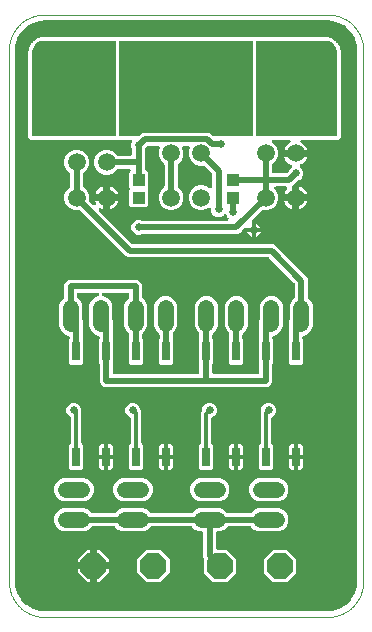
<source format=gtl>
G04 EAGLE Gerber RS-274X export*
G75*
%MOMM*%
%FSLAX35Y35*%
%LPD*%
%INcopper_top*%
%IPPOS*%
%AMOC8*
5,1,8,0,0,1.08239X$1,22.5*%
G01*
%ADD10C,0.000000*%
%ADD11R,1.000000X1.000000*%
%ADD12C,1.500000*%
%ADD13R,0.650000X1.650000*%
%ADD14C,1.371600*%
%ADD15P,2.336880X8X22.500000*%
%ADD16P,2.336880X8X202.500000*%
%ADD17C,0.650000*%
%ADD18C,0.500000*%
%ADD19C,0.300000*%

G36*
X3000297Y1750035D02*
X3000297Y1750035D01*
X3000981Y1750033D01*
X3031654Y1752043D01*
X3032089Y1752123D01*
X3032531Y1752126D01*
X3034556Y1752522D01*
X3093813Y1768400D01*
X3094678Y1768743D01*
X3095577Y1768992D01*
X3096733Y1769557D01*
X3097028Y1769674D01*
X3097159Y1769766D01*
X3097430Y1769898D01*
X3150558Y1800572D01*
X3151308Y1801128D01*
X3152109Y1801601D01*
X3153080Y1802446D01*
X3153334Y1802635D01*
X3153437Y1802757D01*
X3153665Y1802955D01*
X3197044Y1846335D01*
X3197624Y1847067D01*
X3198276Y1847730D01*
X3198993Y1848796D01*
X3199192Y1849046D01*
X3199260Y1849192D01*
X3199428Y1849441D01*
X3230102Y1902570D01*
X3230424Y1903315D01*
X3230835Y1904016D01*
X3230871Y1904130D01*
X3230931Y1904236D01*
X3231349Y1905455D01*
X3231474Y1905744D01*
X3231502Y1905901D01*
X3231600Y1906187D01*
X3247478Y1965444D01*
X3247542Y1965880D01*
X3247681Y1966301D01*
X3247957Y1968345D01*
X3249967Y1999018D01*
X3249952Y1999315D01*
X3249999Y1999998D01*
X3249999Y6500001D01*
X3249965Y6500298D01*
X3249967Y6500982D01*
X3247957Y6531654D01*
X3247877Y6532089D01*
X3247873Y6532531D01*
X3247478Y6534556D01*
X3231600Y6593813D01*
X3231257Y6594678D01*
X3231008Y6595577D01*
X3230443Y6596733D01*
X3230326Y6597028D01*
X3230234Y6597159D01*
X3230102Y6597430D01*
X3199428Y6650558D01*
X3198871Y6651308D01*
X3198399Y6652109D01*
X3197554Y6653080D01*
X3197365Y6653334D01*
X3197243Y6653437D01*
X3197044Y6653665D01*
X3153665Y6697044D01*
X3152933Y6697624D01*
X3152270Y6698276D01*
X3151204Y6698993D01*
X3150954Y6699192D01*
X3150808Y6699260D01*
X3150558Y6699428D01*
X3097430Y6730102D01*
X3096575Y6730471D01*
X3095764Y6730930D01*
X3094548Y6731348D01*
X3094256Y6731474D01*
X3094097Y6731502D01*
X3093813Y6731600D01*
X3034556Y6747478D01*
X3034120Y6747542D01*
X3033699Y6747681D01*
X3031654Y6747957D01*
X3000981Y6749967D01*
X3000683Y6749952D01*
X3000000Y6749999D01*
X599999Y6749999D01*
X599703Y6749965D01*
X599018Y6749967D01*
X568345Y6747957D01*
X567910Y6747877D01*
X567469Y6747873D01*
X565444Y6747478D01*
X506187Y6731600D01*
X505321Y6731257D01*
X504423Y6731008D01*
X503267Y6730443D01*
X502972Y6730326D01*
X502841Y6730234D01*
X502570Y6730102D01*
X449441Y6699428D01*
X448692Y6698871D01*
X447890Y6698399D01*
X446920Y6697554D01*
X446666Y6697365D01*
X446563Y6697243D01*
X446335Y6697044D01*
X402955Y6653665D01*
X402376Y6652933D01*
X401723Y6652270D01*
X401006Y6651204D01*
X400808Y6650954D01*
X400740Y6650808D01*
X400572Y6650558D01*
X369898Y6597430D01*
X369528Y6596575D01*
X369069Y6595764D01*
X368652Y6594548D01*
X368526Y6594256D01*
X368498Y6594097D01*
X368400Y6593813D01*
X352522Y6534556D01*
X352458Y6534120D01*
X352319Y6533699D01*
X352043Y6531654D01*
X350033Y6500981D01*
X350048Y6500683D01*
X350000Y6500000D01*
X350000Y1999999D01*
X350035Y1999703D01*
X350033Y1999018D01*
X352043Y1968345D01*
X352123Y1967910D01*
X352126Y1967469D01*
X352522Y1965444D01*
X368400Y1906187D01*
X368743Y1905321D01*
X368992Y1904423D01*
X369557Y1903267D01*
X369674Y1902972D01*
X369766Y1902841D01*
X369898Y1902570D01*
X400572Y1849441D01*
X401128Y1848692D01*
X401601Y1847890D01*
X402446Y1846920D01*
X402635Y1846666D01*
X402757Y1846563D01*
X402955Y1846335D01*
X446335Y1802955D01*
X447066Y1802376D01*
X447730Y1801723D01*
X448796Y1801006D01*
X449046Y1800808D01*
X449192Y1800740D01*
X449441Y1800572D01*
X502569Y1769898D01*
X503424Y1769528D01*
X504236Y1769069D01*
X505452Y1768652D01*
X505744Y1768526D01*
X505903Y1768498D01*
X506187Y1768400D01*
X565444Y1752522D01*
X565880Y1752458D01*
X566301Y1752319D01*
X568345Y1752043D01*
X599019Y1750033D01*
X599316Y1750048D01*
X600000Y1750000D01*
X3000000Y1750000D01*
X3000297Y1750035D01*
G37*
%LPC*%
G36*
X1387568Y4937499D02*
X1387568Y4937499D01*
X1364597Y4947014D01*
X1347014Y4964597D01*
X1337499Y4987568D01*
X1337499Y5012432D01*
X1347014Y5035403D01*
X1364597Y5052985D01*
X1387568Y5062500D01*
X1412432Y5062500D01*
X1427782Y5056142D01*
X1427956Y5056093D01*
X1428116Y5056008D01*
X1429621Y5055619D01*
X1431108Y5055196D01*
X1431288Y5055188D01*
X1431464Y5055142D01*
X1433522Y5055000D01*
X2145399Y5055000D01*
X2146433Y5055120D01*
X2147476Y5055145D01*
X2148147Y5055319D01*
X2148834Y5055399D01*
X2149814Y5055753D01*
X2150823Y5056015D01*
X2151435Y5056338D01*
X2152087Y5056574D01*
X2152960Y5057143D01*
X2153882Y5057629D01*
X2154403Y5058084D01*
X2154984Y5058462D01*
X2155704Y5059217D01*
X2156489Y5059901D01*
X2156893Y5060462D01*
X2157372Y5060964D01*
X2157899Y5061863D01*
X2158507Y5062709D01*
X2158772Y5063350D01*
X2159123Y5063946D01*
X2159430Y5064940D01*
X2159829Y5065905D01*
X2159940Y5066588D01*
X2160144Y5067250D01*
X2160216Y5068291D01*
X2160383Y5069318D01*
X2160334Y5070008D01*
X2160382Y5070700D01*
X2160213Y5071731D01*
X2160141Y5072768D01*
X2159936Y5073428D01*
X2159823Y5074113D01*
X2159424Y5075076D01*
X2159115Y5076071D01*
X2158764Y5076667D01*
X2158498Y5077307D01*
X2157889Y5078153D01*
X2157360Y5079051D01*
X2156676Y5079836D01*
X2156476Y5080113D01*
X2156305Y5080262D01*
X2156005Y5080606D01*
X2147014Y5089596D01*
X2142709Y5099991D01*
X2141953Y5101347D01*
X2141222Y5102733D01*
X2141109Y5102863D01*
X2141026Y5103012D01*
X2139978Y5104162D01*
X2138951Y5105341D01*
X2138812Y5105440D01*
X2138696Y5105567D01*
X2137408Y5106449D01*
X2136143Y5107359D01*
X2135984Y5107424D01*
X2135843Y5107521D01*
X2134393Y5108082D01*
X2132947Y5108680D01*
X2132777Y5108708D01*
X2132618Y5108769D01*
X2131071Y5108985D01*
X2129533Y5109234D01*
X2129363Y5109223D01*
X2129193Y5109246D01*
X2127631Y5109101D01*
X2126083Y5108992D01*
X2125920Y5108942D01*
X2125749Y5108926D01*
X2124271Y5108429D01*
X2122781Y5107967D01*
X2122633Y5107879D01*
X2122471Y5107825D01*
X2121151Y5107007D01*
X2119801Y5106212D01*
X2119634Y5106066D01*
X2119532Y5106003D01*
X2119334Y5105805D01*
X2118245Y5104857D01*
X2110403Y5097014D01*
X2087432Y5087499D01*
X2062568Y5087499D01*
X2039597Y5097014D01*
X2022014Y5114597D01*
X2012499Y5137568D01*
X2012499Y5150795D01*
X2012379Y5151830D01*
X2012355Y5152872D01*
X2012181Y5153542D01*
X2012101Y5154230D01*
X2011746Y5155211D01*
X2011484Y5156219D01*
X2011161Y5156831D01*
X2010926Y5157483D01*
X2010356Y5158356D01*
X2009870Y5159278D01*
X2009416Y5159799D01*
X2009038Y5160380D01*
X2008282Y5161101D01*
X2007598Y5161885D01*
X2007037Y5162289D01*
X2006536Y5162767D01*
X2005637Y5163295D01*
X2004790Y5163903D01*
X2004150Y5164168D01*
X2003553Y5164518D01*
X2002558Y5164826D01*
X2001594Y5165224D01*
X2000912Y5165335D01*
X2000250Y5165540D01*
X1999209Y5165612D01*
X1998181Y5165779D01*
X1997490Y5165730D01*
X1996799Y5165778D01*
X1995770Y5165609D01*
X1994731Y5165536D01*
X1994070Y5165331D01*
X1993387Y5165219D01*
X1992423Y5164819D01*
X1991428Y5164510D01*
X1990833Y5164159D01*
X1990193Y5163894D01*
X1989347Y5163284D01*
X1988449Y5162755D01*
X1987663Y5162071D01*
X1987387Y5161872D01*
X1987239Y5161701D01*
X1986893Y5161400D01*
X1986477Y5160984D01*
X1947886Y5144999D01*
X1906113Y5144999D01*
X1867522Y5160984D01*
X1837984Y5190522D01*
X1821999Y5229113D01*
X1821999Y5270886D01*
X1837984Y5309478D01*
X1867522Y5339015D01*
X1906113Y5355000D01*
X1947886Y5355000D01*
X1986478Y5339015D01*
X1994394Y5331099D01*
X1995209Y5330453D01*
X1995964Y5329733D01*
X1996563Y5329381D01*
X1997105Y5328952D01*
X1998048Y5328509D01*
X1998947Y5327982D01*
X1999608Y5327777D01*
X2000235Y5327483D01*
X2001254Y5327268D01*
X2002250Y5326960D01*
X2002943Y5326912D01*
X2003619Y5326769D01*
X2004659Y5326794D01*
X2005701Y5326722D01*
X2006385Y5326834D01*
X2007077Y5326850D01*
X2008085Y5327112D01*
X2009113Y5327281D01*
X2009753Y5327546D01*
X2010423Y5327720D01*
X2011345Y5328207D01*
X2012308Y5328606D01*
X2012870Y5329011D01*
X2013482Y5329334D01*
X2014268Y5330018D01*
X2015113Y5330628D01*
X2015568Y5331151D01*
X2016090Y5331606D01*
X2016698Y5332453D01*
X2017381Y5333238D01*
X2017703Y5333850D01*
X2018108Y5334414D01*
X2018507Y5335378D01*
X2018991Y5336299D01*
X2019165Y5336970D01*
X2019429Y5337610D01*
X2019596Y5338637D01*
X2019858Y5339647D01*
X2019929Y5340688D01*
X2019984Y5341023D01*
X2019968Y5341249D01*
X2019999Y5341705D01*
X2019999Y5447005D01*
X2019839Y5448385D01*
X2019742Y5449773D01*
X2019640Y5450101D01*
X2019601Y5450440D01*
X2019128Y5451747D01*
X2018716Y5453076D01*
X2018543Y5453370D01*
X2018426Y5453693D01*
X2017664Y5454861D01*
X2016961Y5456056D01*
X2016662Y5456399D01*
X2016538Y5456590D01*
X2016289Y5456827D01*
X2015606Y5457611D01*
X1958611Y5514606D01*
X1957517Y5515473D01*
X1956472Y5516381D01*
X1956170Y5516540D01*
X1955900Y5516753D01*
X1954638Y5517346D01*
X1953411Y5517991D01*
X1953080Y5518077D01*
X1952770Y5518223D01*
X1951409Y5518509D01*
X1950063Y5518858D01*
X1949607Y5518889D01*
X1949386Y5518936D01*
X1949045Y5518928D01*
X1948005Y5518999D01*
X1906113Y5518999D01*
X1867522Y5534984D01*
X1837984Y5564522D01*
X1821999Y5603113D01*
X1821999Y5644886D01*
X1831681Y5668260D01*
X1832107Y5669755D01*
X1832569Y5671250D01*
X1832581Y5671423D01*
X1832628Y5671586D01*
X1832699Y5673134D01*
X1832807Y5674701D01*
X1832779Y5674871D01*
X1832787Y5675041D01*
X1832501Y5676569D01*
X1832248Y5678113D01*
X1832183Y5678272D01*
X1832151Y5678440D01*
X1831523Y5679860D01*
X1830923Y5681308D01*
X1830822Y5681448D01*
X1830753Y5681603D01*
X1829818Y5682840D01*
X1828901Y5684113D01*
X1828771Y5684226D01*
X1828668Y5684362D01*
X1827467Y5685359D01*
X1826290Y5686381D01*
X1826139Y5686461D01*
X1826007Y5686571D01*
X1824604Y5687268D01*
X1823230Y5687991D01*
X1823064Y5688034D01*
X1822910Y5688111D01*
X1821393Y5688467D01*
X1819882Y5688858D01*
X1819661Y5688873D01*
X1819543Y5688900D01*
X1819263Y5688900D01*
X1817824Y5688999D01*
X1782176Y5688999D01*
X1780630Y5688820D01*
X1779073Y5688675D01*
X1778911Y5688620D01*
X1778741Y5688601D01*
X1777273Y5688070D01*
X1775795Y5687574D01*
X1775650Y5687484D01*
X1775488Y5687426D01*
X1774176Y5686571D01*
X1772856Y5685752D01*
X1772735Y5685631D01*
X1772591Y5685538D01*
X1771511Y5684406D01*
X1770412Y5683305D01*
X1770322Y5683160D01*
X1770203Y5683036D01*
X1769415Y5681692D01*
X1768593Y5680364D01*
X1768539Y5680201D01*
X1768453Y5680053D01*
X1767993Y5678568D01*
X1767497Y5677084D01*
X1767481Y5676913D01*
X1767431Y5676750D01*
X1767323Y5675191D01*
X1767181Y5673640D01*
X1767205Y5673471D01*
X1767193Y5673299D01*
X1767446Y5671753D01*
X1767662Y5670216D01*
X1767732Y5670008D01*
X1767752Y5669887D01*
X1767861Y5669624D01*
X1768318Y5668260D01*
X1778000Y5644886D01*
X1778000Y5603113D01*
X1762015Y5564522D01*
X1732393Y5534901D01*
X1731528Y5533808D01*
X1730618Y5532761D01*
X1730459Y5532458D01*
X1730247Y5532190D01*
X1729656Y5530930D01*
X1729008Y5529700D01*
X1728923Y5529369D01*
X1728777Y5529059D01*
X1728491Y5527699D01*
X1728142Y5526353D01*
X1728111Y5525897D01*
X1728064Y5525675D01*
X1728072Y5525334D01*
X1728000Y5524294D01*
X1728000Y5349705D01*
X1728035Y5349410D01*
X1728017Y5349150D01*
X1728167Y5348230D01*
X1728258Y5346937D01*
X1728360Y5346609D01*
X1728399Y5346270D01*
X1728562Y5345819D01*
X1728575Y5345737D01*
X1728701Y5345434D01*
X1728871Y5344964D01*
X1729284Y5343634D01*
X1729458Y5343339D01*
X1729574Y5343018D01*
X1730334Y5341850D01*
X1731039Y5340655D01*
X1731338Y5340312D01*
X1731462Y5340120D01*
X1731710Y5339884D01*
X1732393Y5339099D01*
X1762015Y5309478D01*
X1778000Y5270886D01*
X1778000Y5229113D01*
X1762015Y5190522D01*
X1732478Y5160984D01*
X1693886Y5144999D01*
X1652113Y5144999D01*
X1613522Y5160984D01*
X1583984Y5190522D01*
X1567999Y5229113D01*
X1567999Y5270886D01*
X1583984Y5309478D01*
X1613606Y5339099D01*
X1614471Y5340191D01*
X1615381Y5341239D01*
X1615541Y5341542D01*
X1615753Y5341810D01*
X1616344Y5343069D01*
X1616991Y5344299D01*
X1617077Y5344630D01*
X1617223Y5344941D01*
X1617509Y5346301D01*
X1617567Y5346522D01*
X1617745Y5347101D01*
X1617756Y5347255D01*
X1617858Y5347647D01*
X1617889Y5348103D01*
X1617936Y5348325D01*
X1617928Y5348665D01*
X1617999Y5349705D01*
X1617999Y5524294D01*
X1617839Y5525674D01*
X1617742Y5527063D01*
X1617640Y5527391D01*
X1617601Y5527730D01*
X1617129Y5529036D01*
X1616716Y5530365D01*
X1616542Y5530660D01*
X1616426Y5530982D01*
X1615665Y5532149D01*
X1614961Y5533345D01*
X1614662Y5533688D01*
X1614538Y5533879D01*
X1614289Y5534116D01*
X1613606Y5534901D01*
X1583984Y5564522D01*
X1567999Y5603113D01*
X1567999Y5644886D01*
X1577681Y5668260D01*
X1578107Y5669755D01*
X1578569Y5671250D01*
X1578581Y5671423D01*
X1578628Y5671586D01*
X1578699Y5673134D01*
X1578807Y5674701D01*
X1578779Y5674871D01*
X1578787Y5675041D01*
X1578501Y5676569D01*
X1578248Y5678113D01*
X1578183Y5678272D01*
X1578151Y5678440D01*
X1577523Y5679860D01*
X1576923Y5681308D01*
X1576822Y5681448D01*
X1576753Y5681603D01*
X1575818Y5682840D01*
X1574901Y5684113D01*
X1574771Y5684226D01*
X1574668Y5684362D01*
X1573467Y5685359D01*
X1572290Y5686381D01*
X1572139Y5686461D01*
X1572007Y5686571D01*
X1570604Y5687268D01*
X1569230Y5687991D01*
X1569064Y5688034D01*
X1568910Y5688111D01*
X1567393Y5688467D01*
X1565882Y5688858D01*
X1565661Y5688873D01*
X1565543Y5688900D01*
X1565263Y5688900D01*
X1563824Y5688999D01*
X1477995Y5688999D01*
X1476614Y5688839D01*
X1475227Y5688742D01*
X1474899Y5688640D01*
X1474559Y5688601D01*
X1473253Y5688129D01*
X1471924Y5687716D01*
X1471629Y5687542D01*
X1471307Y5687426D01*
X1470141Y5686666D01*
X1468944Y5685961D01*
X1468601Y5685662D01*
X1468410Y5685538D01*
X1468173Y5685290D01*
X1467389Y5684607D01*
X1462595Y5679813D01*
X1462482Y5679671D01*
X1462343Y5679555D01*
X1461413Y5678321D01*
X1460448Y5677102D01*
X1460371Y5676938D01*
X1460262Y5676793D01*
X1459343Y5674947D01*
X1456142Y5667218D01*
X1456092Y5667043D01*
X1456008Y5666884D01*
X1455622Y5665389D01*
X1455196Y5663891D01*
X1455187Y5663710D01*
X1455142Y5663536D01*
X1455000Y5661478D01*
X1455000Y5493639D01*
X1455161Y5492255D01*
X1455258Y5490871D01*
X1455359Y5490544D01*
X1455399Y5490204D01*
X1455872Y5488895D01*
X1456284Y5487568D01*
X1456458Y5487273D01*
X1456574Y5486951D01*
X1457334Y5485784D01*
X1458039Y5484588D01*
X1458337Y5484246D01*
X1458462Y5484054D01*
X1458711Y5483817D01*
X1459394Y5483033D01*
X1480000Y5462427D01*
X1480000Y5337573D01*
X1478033Y5335606D01*
X1477814Y5335329D01*
X1477549Y5335099D01*
X1476745Y5333980D01*
X1475886Y5332895D01*
X1475736Y5332576D01*
X1475531Y5332290D01*
X1475003Y5331014D01*
X1474417Y5329764D01*
X1474344Y5329420D01*
X1474209Y5329094D01*
X1473988Y5327731D01*
X1473703Y5326380D01*
X1473712Y5326028D01*
X1473655Y5325681D01*
X1473752Y5324307D01*
X1473784Y5322923D01*
X1473873Y5322582D01*
X1473898Y5322231D01*
X1474307Y5320912D01*
X1474655Y5319576D01*
X1474818Y5319266D01*
X1474923Y5318929D01*
X1475626Y5317736D01*
X1476268Y5316518D01*
X1476499Y5316253D01*
X1476678Y5315949D01*
X1478033Y5314393D01*
X1480000Y5312426D01*
X1480000Y5187573D01*
X1462426Y5169999D01*
X1337573Y5169999D01*
X1319999Y5187573D01*
X1319999Y5312426D01*
X1321967Y5314393D01*
X1322185Y5314669D01*
X1322451Y5314900D01*
X1323256Y5316021D01*
X1324114Y5317104D01*
X1324263Y5317423D01*
X1324469Y5317709D01*
X1324995Y5318982D01*
X1325583Y5320235D01*
X1325656Y5320580D01*
X1325790Y5320904D01*
X1326011Y5322265D01*
X1326296Y5323619D01*
X1326288Y5323971D01*
X1326344Y5324318D01*
X1326248Y5325695D01*
X1326216Y5327076D01*
X1326127Y5327416D01*
X1326103Y5327768D01*
X1325693Y5329087D01*
X1325345Y5330423D01*
X1325181Y5330734D01*
X1325077Y5331070D01*
X1324377Y5332258D01*
X1323732Y5333482D01*
X1323500Y5333748D01*
X1323322Y5334050D01*
X1321967Y5335606D01*
X1319999Y5337573D01*
X1319999Y5462427D01*
X1326967Y5469394D01*
X1327613Y5470209D01*
X1328333Y5470964D01*
X1328685Y5471563D01*
X1329114Y5472105D01*
X1329557Y5473048D01*
X1330084Y5473947D01*
X1330289Y5474608D01*
X1330583Y5475235D01*
X1330798Y5476254D01*
X1331106Y5477250D01*
X1331154Y5477943D01*
X1331297Y5478619D01*
X1331272Y5479659D01*
X1331344Y5480701D01*
X1331232Y5481385D01*
X1331216Y5482077D01*
X1330954Y5483085D01*
X1330785Y5484113D01*
X1330520Y5484753D01*
X1330346Y5485423D01*
X1329859Y5486345D01*
X1329460Y5487308D01*
X1329055Y5487870D01*
X1328732Y5488482D01*
X1328048Y5489268D01*
X1327438Y5490113D01*
X1326915Y5490568D01*
X1326460Y5491090D01*
X1325613Y5491698D01*
X1324828Y5492381D01*
X1324216Y5492703D01*
X1323652Y5493108D01*
X1322688Y5493507D01*
X1321767Y5493991D01*
X1321096Y5494165D01*
X1320456Y5494429D01*
X1319429Y5494596D01*
X1318419Y5494858D01*
X1317378Y5494929D01*
X1317043Y5494984D01*
X1316817Y5494968D01*
X1316361Y5494999D01*
X1226706Y5494999D01*
X1225326Y5494839D01*
X1223938Y5494742D01*
X1223610Y5494640D01*
X1223270Y5494601D01*
X1221963Y5494128D01*
X1220635Y5493716D01*
X1220340Y5493543D01*
X1220018Y5493426D01*
X1218849Y5492664D01*
X1217655Y5491961D01*
X1217312Y5491662D01*
X1217121Y5491538D01*
X1216884Y5491289D01*
X1216099Y5490606D01*
X1186478Y5460984D01*
X1147886Y5444999D01*
X1106113Y5444999D01*
X1067522Y5460984D01*
X1037984Y5490522D01*
X1021999Y5529113D01*
X1021999Y5570886D01*
X1037984Y5609478D01*
X1067522Y5639015D01*
X1106113Y5655000D01*
X1147886Y5655000D01*
X1186478Y5639015D01*
X1216099Y5609393D01*
X1217193Y5608527D01*
X1218239Y5607618D01*
X1218541Y5607460D01*
X1218810Y5607246D01*
X1220073Y5606654D01*
X1221300Y5606008D01*
X1221631Y5605923D01*
X1221941Y5605777D01*
X1223301Y5605491D01*
X1224648Y5605142D01*
X1225103Y5605111D01*
X1225325Y5605064D01*
X1225666Y5605072D01*
X1226706Y5605000D01*
X1330000Y5605000D01*
X1330349Y5605041D01*
X1330701Y5605017D01*
X1332066Y5605240D01*
X1333435Y5605399D01*
X1333766Y5605518D01*
X1334113Y5605575D01*
X1335391Y5606105D01*
X1336688Y5606574D01*
X1336982Y5606766D01*
X1337308Y5606901D01*
X1338427Y5607707D01*
X1339585Y5608462D01*
X1339829Y5608718D01*
X1340113Y5608923D01*
X1341016Y5609962D01*
X1341973Y5610964D01*
X1342151Y5611268D01*
X1342381Y5611533D01*
X1343024Y5612755D01*
X1343723Y5613946D01*
X1343827Y5614282D01*
X1343991Y5614594D01*
X1344337Y5615930D01*
X1344745Y5617250D01*
X1344770Y5617602D01*
X1344858Y5617942D01*
X1344999Y5620000D01*
X1344999Y5661478D01*
X1344978Y5661658D01*
X1344995Y5661838D01*
X1344779Y5663373D01*
X1344601Y5664913D01*
X1344539Y5665083D01*
X1344514Y5665262D01*
X1343858Y5667218D01*
X1337499Y5682568D01*
X1337499Y5707432D01*
X1342399Y5719260D01*
X1342825Y5720758D01*
X1343287Y5722250D01*
X1343298Y5722422D01*
X1343345Y5722586D01*
X1343417Y5724135D01*
X1343524Y5725701D01*
X1343497Y5725871D01*
X1343504Y5726041D01*
X1343219Y5727568D01*
X1342966Y5729113D01*
X1342900Y5729272D01*
X1342868Y5729440D01*
X1342239Y5730865D01*
X1341640Y5732308D01*
X1341540Y5732447D01*
X1341471Y5732603D01*
X1340529Y5733849D01*
X1339618Y5735113D01*
X1339489Y5735225D01*
X1339386Y5735362D01*
X1338181Y5736362D01*
X1337008Y5737381D01*
X1336857Y5737461D01*
X1336724Y5737571D01*
X1335319Y5738270D01*
X1333947Y5738991D01*
X1333783Y5739034D01*
X1333628Y5739111D01*
X1332107Y5739468D01*
X1330599Y5739858D01*
X1330379Y5739873D01*
X1330261Y5739900D01*
X1329981Y5739900D01*
X1328541Y5739999D01*
X485502Y5739999D01*
X464999Y5760502D01*
X464999Y6456802D01*
X464914Y6457536D01*
X464927Y6458274D01*
X464715Y6459248D01*
X464601Y6460237D01*
X464350Y6460932D01*
X464193Y6461654D01*
X463774Y6462531D01*
X464942Y6475876D01*
X464933Y6476215D01*
X464999Y6477183D01*
X464999Y6481598D01*
X464865Y6482752D01*
X464820Y6483912D01*
X464667Y6484464D01*
X464601Y6485033D01*
X464206Y6486125D01*
X463904Y6487214D01*
X464488Y6489394D01*
X464624Y6490317D01*
X464838Y6491142D01*
X464974Y6491540D01*
X465113Y6491834D01*
X465172Y6492115D01*
X465379Y6492719D01*
X466579Y6497198D01*
X466620Y6497473D01*
X466713Y6497736D01*
X467033Y6499773D01*
X467748Y6507939D01*
X467733Y6508447D01*
X467802Y6508953D01*
X467685Y6510172D01*
X467678Y6510406D01*
X467997Y6510793D01*
X468996Y6512598D01*
X472460Y6520028D01*
X472548Y6520292D01*
X472685Y6520534D01*
X473355Y6522485D01*
X475477Y6530406D01*
X475551Y6530910D01*
X475706Y6531394D01*
X475802Y6532615D01*
X475836Y6532845D01*
X476218Y6533171D01*
X477515Y6534775D01*
X482218Y6541493D01*
X482350Y6541738D01*
X482528Y6541952D01*
X483526Y6543758D01*
X486990Y6551187D01*
X487150Y6551669D01*
X487387Y6552119D01*
X487693Y6553305D01*
X487768Y6553527D01*
X488200Y6553782D01*
X489756Y6555137D01*
X495554Y6560935D01*
X495727Y6561153D01*
X495938Y6561333D01*
X497234Y6562938D01*
X501936Y6569653D01*
X502178Y6570100D01*
X502489Y6570503D01*
X502998Y6571618D01*
X503108Y6571823D01*
X503580Y6571999D01*
X505347Y6573063D01*
X512062Y6577765D01*
X512270Y6577950D01*
X512509Y6578091D01*
X514065Y6579446D01*
X519863Y6585243D01*
X520178Y6585642D01*
X520555Y6585985D01*
X521249Y6586994D01*
X521394Y6587177D01*
X521888Y6587269D01*
X523813Y6588010D01*
X531243Y6591474D01*
X531479Y6591620D01*
X531741Y6591718D01*
X533508Y6592782D01*
X540224Y6597485D01*
X540604Y6597823D01*
X541035Y6598095D01*
X541157Y6598218D01*
X541221Y6598260D01*
X541913Y6598986D01*
X542068Y6599123D01*
X542569Y6599127D01*
X544593Y6599523D01*
X552514Y6601645D01*
X552773Y6601748D01*
X553046Y6601798D01*
X554971Y6602539D01*
X562401Y6606004D01*
X562836Y6606272D01*
X563306Y6606464D01*
X564303Y6607175D01*
X564501Y6607297D01*
X564999Y6607214D01*
X567061Y6607252D01*
X575227Y6607967D01*
X575498Y6608022D01*
X575776Y6608025D01*
X577800Y6608420D01*
X582280Y6609620D01*
X583359Y6610048D01*
X583577Y6610116D01*
X583580Y6610116D01*
X584844Y6610363D01*
X585158Y6610399D01*
X585309Y6610453D01*
X585605Y6610511D01*
X587815Y6611103D01*
X587996Y6611008D01*
X588549Y6610865D01*
X589076Y6610638D01*
X590220Y6610433D01*
X591343Y6610142D01*
X592161Y6610086D01*
X592480Y6610029D01*
X592765Y6610044D01*
X593402Y6610000D01*
X597816Y6610000D01*
X598155Y6610040D01*
X599124Y6610058D01*
X612393Y6611218D01*
X612792Y6611008D01*
X613755Y6610759D01*
X614691Y6610416D01*
X615425Y6610327D01*
X616140Y6610142D01*
X618033Y6610012D01*
X618124Y6610001D01*
X618151Y6610003D01*
X618198Y6610000D01*
X2956802Y6610000D01*
X2957536Y6610086D01*
X2958274Y6610073D01*
X2959248Y6610284D01*
X2960237Y6610399D01*
X2960932Y6610650D01*
X2961654Y6610807D01*
X2962531Y6611225D01*
X2975876Y6610058D01*
X2976215Y6610067D01*
X2977183Y6610000D01*
X2981598Y6610000D01*
X2982752Y6610134D01*
X2983912Y6610180D01*
X2984464Y6610333D01*
X2985033Y6610399D01*
X2986125Y6610793D01*
X2987214Y6611095D01*
X2989394Y6610511D01*
X2990317Y6610375D01*
X2991142Y6610162D01*
X2991540Y6610025D01*
X2991834Y6609887D01*
X2992115Y6609828D01*
X2992719Y6609621D01*
X2997198Y6608420D01*
X2997473Y6608380D01*
X2997736Y6608287D01*
X2999773Y6607966D01*
X3007939Y6607252D01*
X3008447Y6607266D01*
X3008953Y6607198D01*
X3010172Y6607315D01*
X3010406Y6607322D01*
X3010793Y6607003D01*
X3012598Y6606004D01*
X3020028Y6602539D01*
X3020292Y6602452D01*
X3020534Y6602315D01*
X3022485Y6601645D01*
X3030406Y6599523D01*
X3030910Y6599448D01*
X3031394Y6599294D01*
X3032615Y6599198D01*
X3032845Y6599164D01*
X3033171Y6598782D01*
X3034775Y6597486D01*
X3041493Y6592782D01*
X3041737Y6592650D01*
X3041952Y6592472D01*
X3043758Y6591474D01*
X3051187Y6588010D01*
X3051669Y6587850D01*
X3052119Y6587613D01*
X3053305Y6587306D01*
X3053528Y6587232D01*
X3053783Y6586799D01*
X3055137Y6585244D01*
X3060935Y6579446D01*
X3061153Y6579273D01*
X3061333Y6579063D01*
X3062938Y6577766D01*
X3069653Y6573064D01*
X3070100Y6572822D01*
X3070503Y6572510D01*
X3071617Y6572002D01*
X3071823Y6571891D01*
X3071999Y6571420D01*
X3073064Y6569653D01*
X3077766Y6562938D01*
X3077951Y6562730D01*
X3078092Y6562490D01*
X3079446Y6560935D01*
X3085244Y6555137D01*
X3085643Y6554821D01*
X3085985Y6554445D01*
X3086992Y6553753D01*
X3087177Y6553606D01*
X3087269Y6553112D01*
X3088010Y6551187D01*
X3091474Y6543758D01*
X3091620Y6543521D01*
X3091717Y6543260D01*
X3092171Y6542507D01*
X3092177Y6542493D01*
X3092193Y6542470D01*
X3092782Y6541493D01*
X3097486Y6534775D01*
X3097823Y6534395D01*
X3098095Y6533964D01*
X3098970Y6533104D01*
X3099123Y6532932D01*
X3099127Y6532430D01*
X3099523Y6530406D01*
X3101645Y6522485D01*
X3101748Y6522227D01*
X3101798Y6521953D01*
X3102539Y6520028D01*
X3106004Y6512598D01*
X3106272Y6512164D01*
X3106464Y6511694D01*
X3107175Y6510697D01*
X3107297Y6510499D01*
X3107214Y6510002D01*
X3107252Y6507939D01*
X3107966Y6499773D01*
X3108022Y6499501D01*
X3108025Y6499223D01*
X3108420Y6497198D01*
X3109621Y6492719D01*
X3110048Y6491640D01*
X3110116Y6491423D01*
X3110116Y6491419D01*
X3110363Y6490155D01*
X3110399Y6489841D01*
X3110453Y6489691D01*
X3110511Y6489394D01*
X3111103Y6487184D01*
X3111008Y6487004D01*
X3110865Y6486450D01*
X3110638Y6485924D01*
X3110433Y6484780D01*
X3110142Y6483656D01*
X3110086Y6482839D01*
X3110029Y6482520D01*
X3110044Y6482234D01*
X3110000Y6481598D01*
X3110000Y6477183D01*
X3110040Y6476845D01*
X3110058Y6475876D01*
X3111218Y6462607D01*
X3111008Y6462208D01*
X3110759Y6461244D01*
X3110416Y6460308D01*
X3110327Y6459575D01*
X3110142Y6458860D01*
X3110012Y6456967D01*
X3110001Y6456875D01*
X3110003Y6456849D01*
X3110000Y6456802D01*
X3110000Y5760502D01*
X3089498Y5739999D01*
X2782965Y5739999D01*
X2781324Y5739809D01*
X2779662Y5739631D01*
X2779597Y5739608D01*
X2779530Y5739601D01*
X2777964Y5739035D01*
X2776399Y5738486D01*
X2776342Y5738449D01*
X2776278Y5738426D01*
X2774870Y5737508D01*
X2773485Y5736623D01*
X2773438Y5736575D01*
X2773380Y5736538D01*
X2772225Y5735327D01*
X2771075Y5734143D01*
X2771040Y5734085D01*
X2770993Y5734036D01*
X2770156Y5732610D01*
X2769297Y5731177D01*
X2769276Y5731111D01*
X2769242Y5731053D01*
X2768751Y5729465D01*
X2768246Y5727883D01*
X2768240Y5727816D01*
X2768220Y5727750D01*
X2768105Y5726075D01*
X2767977Y5724435D01*
X2767987Y5724368D01*
X2767982Y5724299D01*
X2768252Y5722653D01*
X2768504Y5721017D01*
X2768530Y5720954D01*
X2768541Y5720887D01*
X2769181Y5719344D01*
X2769801Y5717811D01*
X2769840Y5717756D01*
X2769866Y5717693D01*
X2770835Y5716348D01*
X2771797Y5714987D01*
X2771849Y5714942D01*
X2771888Y5714887D01*
X2773132Y5713807D01*
X2774387Y5712696D01*
X2774462Y5712651D01*
X2774499Y5712619D01*
X2774635Y5712547D01*
X2776157Y5711635D01*
X2779622Y5709870D01*
X2792406Y5700581D01*
X2803581Y5689406D01*
X2812870Y5676621D01*
X2820044Y5662540D01*
X2822820Y5653998D01*
X2742001Y5653998D01*
X2741652Y5653958D01*
X2741300Y5653982D01*
X2739935Y5653758D01*
X2738566Y5653600D01*
X2738235Y5653480D01*
X2737888Y5653423D01*
X2736610Y5652893D01*
X2735313Y5652425D01*
X2735019Y5652233D01*
X2734693Y5652098D01*
X2733574Y5651292D01*
X2732416Y5650537D01*
X2732172Y5650281D01*
X2731888Y5650076D01*
X2730985Y5649037D01*
X2730028Y5648035D01*
X2729850Y5647731D01*
X2729620Y5647466D01*
X2728977Y5646244D01*
X2728278Y5645053D01*
X2728174Y5644717D01*
X2728010Y5644405D01*
X2727664Y5643069D01*
X2727256Y5641749D01*
X2727231Y5641397D01*
X2727143Y5641057D01*
X2727002Y5638999D01*
X2727002Y5609000D01*
X2727042Y5608652D01*
X2727018Y5608300D01*
X2727242Y5606934D01*
X2727400Y5605565D01*
X2727520Y5605235D01*
X2727577Y5604887D01*
X2728107Y5603610D01*
X2728575Y5602313D01*
X2728767Y5602018D01*
X2728902Y5601693D01*
X2729708Y5600573D01*
X2730463Y5599415D01*
X2730719Y5599172D01*
X2730924Y5598887D01*
X2731963Y5597984D01*
X2732965Y5597028D01*
X2733269Y5596849D01*
X2733534Y5596619D01*
X2734756Y5595977D01*
X2735948Y5595277D01*
X2736283Y5595173D01*
X2736595Y5595009D01*
X2737931Y5594663D01*
X2739251Y5594255D01*
X2739603Y5594231D01*
X2739943Y5594143D01*
X2742001Y5594001D01*
X2822820Y5594001D01*
X2820044Y5585459D01*
X2812870Y5571378D01*
X2803581Y5558594D01*
X2792406Y5547418D01*
X2779621Y5538130D01*
X2768628Y5532528D01*
X2767816Y5531989D01*
X2766955Y5531534D01*
X2766382Y5531035D01*
X2765748Y5530614D01*
X2765082Y5529903D01*
X2764347Y5529263D01*
X2763903Y5528645D01*
X2763383Y5528090D01*
X2762898Y5527247D01*
X2762329Y5526455D01*
X2762038Y5525751D01*
X2761659Y5525093D01*
X2761380Y5524161D01*
X2761007Y5523259D01*
X2760885Y5522506D01*
X2760668Y5521779D01*
X2760609Y5520807D01*
X2760453Y5519845D01*
X2760506Y5519087D01*
X2760461Y5518328D01*
X2760627Y5517366D01*
X2760695Y5516396D01*
X2760920Y5515671D01*
X2761050Y5514920D01*
X2761432Y5514022D01*
X2761721Y5513093D01*
X2762107Y5512438D01*
X2762405Y5511738D01*
X2762982Y5510952D01*
X2763476Y5510113D01*
X2764255Y5509219D01*
X2764452Y5508951D01*
X2764594Y5508829D01*
X2764831Y5508558D01*
X2782985Y5490403D01*
X2792500Y5467432D01*
X2792500Y5442568D01*
X2782985Y5419597D01*
X2765403Y5402014D01*
X2750053Y5395656D01*
X2749896Y5395569D01*
X2749722Y5395515D01*
X2748383Y5394726D01*
X2747032Y5393973D01*
X2746898Y5393852D01*
X2746743Y5393760D01*
X2745187Y5392405D01*
X2706121Y5353339D01*
X2705499Y5352992D01*
X2704693Y5352658D01*
X2703993Y5352153D01*
X2703239Y5351734D01*
X2702594Y5351146D01*
X2701887Y5350636D01*
X2701321Y5349984D01*
X2700684Y5349403D01*
X2700191Y5348684D01*
X2699619Y5348025D01*
X2699218Y5347263D01*
X2698730Y5346550D01*
X2698415Y5345736D01*
X2698009Y5344965D01*
X2697793Y5344130D01*
X2697482Y5343325D01*
X2697361Y5342461D01*
X2697143Y5341617D01*
X2697044Y5340181D01*
X2697005Y5339900D01*
X2697016Y5339778D01*
X2697001Y5339559D01*
X2697001Y5279998D01*
X2631180Y5279998D01*
X2633955Y5288540D01*
X2641130Y5302621D01*
X2650418Y5315406D01*
X2654406Y5319393D01*
X2655053Y5320211D01*
X2655773Y5320964D01*
X2656123Y5321561D01*
X2656553Y5322104D01*
X2656997Y5323049D01*
X2657524Y5323947D01*
X2657728Y5324607D01*
X2658023Y5325235D01*
X2658238Y5326255D01*
X2658546Y5327250D01*
X2658593Y5327942D01*
X2658736Y5328619D01*
X2658712Y5329659D01*
X2658783Y5330701D01*
X2658672Y5331385D01*
X2658655Y5332076D01*
X2658393Y5333084D01*
X2658225Y5334113D01*
X2657959Y5334753D01*
X2657785Y5335423D01*
X2657299Y5336344D01*
X2656899Y5337308D01*
X2656494Y5337870D01*
X2656171Y5338482D01*
X2655486Y5339268D01*
X2654878Y5340113D01*
X2654356Y5340567D01*
X2653900Y5341090D01*
X2653052Y5341699D01*
X2652267Y5342381D01*
X2651655Y5342703D01*
X2651092Y5343108D01*
X2650128Y5343507D01*
X2649206Y5343991D01*
X2648536Y5344165D01*
X2647896Y5344429D01*
X2646868Y5344596D01*
X2645858Y5344858D01*
X2644818Y5344929D01*
X2644483Y5344984D01*
X2644257Y5344968D01*
X2643800Y5344999D01*
X2562705Y5344999D01*
X2561671Y5344879D01*
X2560628Y5344855D01*
X2559957Y5344680D01*
X2559270Y5344601D01*
X2558290Y5344247D01*
X2557281Y5343984D01*
X2556669Y5343661D01*
X2556017Y5343426D01*
X2555144Y5342857D01*
X2554223Y5342371D01*
X2553701Y5341916D01*
X2553120Y5341538D01*
X2552400Y5340783D01*
X2551615Y5340099D01*
X2551211Y5339538D01*
X2550733Y5339036D01*
X2550205Y5338137D01*
X2549597Y5337291D01*
X2549332Y5336650D01*
X2548982Y5336053D01*
X2548674Y5335059D01*
X2548275Y5334095D01*
X2548164Y5333411D01*
X2547960Y5332750D01*
X2547888Y5331708D01*
X2547721Y5330682D01*
X2547770Y5329992D01*
X2547722Y5329299D01*
X2547891Y5328268D01*
X2547963Y5327232D01*
X2548168Y5326571D01*
X2548281Y5325887D01*
X2548680Y5324923D01*
X2548989Y5323929D01*
X2549340Y5323333D01*
X2549606Y5322693D01*
X2550215Y5321847D01*
X2550744Y5320949D01*
X2551428Y5320163D01*
X2551628Y5319887D01*
X2551799Y5319738D01*
X2552099Y5319394D01*
X2562015Y5309478D01*
X2578000Y5270886D01*
X2578000Y5229113D01*
X2562015Y5190522D01*
X2532478Y5160984D01*
X2493886Y5144999D01*
X2451994Y5144999D01*
X2450615Y5144839D01*
X2449226Y5144742D01*
X2448898Y5144640D01*
X2448559Y5144601D01*
X2447252Y5144128D01*
X2445924Y5143716D01*
X2445629Y5143543D01*
X2445307Y5143426D01*
X2444138Y5142664D01*
X2442944Y5141961D01*
X2442601Y5141662D01*
X2442409Y5141538D01*
X2442172Y5141289D01*
X2441388Y5140606D01*
X2359288Y5058506D01*
X2358641Y5057689D01*
X2357922Y5056935D01*
X2357571Y5056339D01*
X2357141Y5055795D01*
X2356697Y5054850D01*
X2356171Y5053953D01*
X2355966Y5053293D01*
X2355672Y5052664D01*
X2355457Y5051645D01*
X2355149Y5050649D01*
X2355101Y5049957D01*
X2354958Y5049280D01*
X2354983Y5048240D01*
X2354911Y5047199D01*
X2355023Y5046515D01*
X2355039Y5045823D01*
X2355301Y5044816D01*
X2355470Y5043786D01*
X2355736Y5043145D01*
X2355910Y5042476D01*
X2356395Y5041557D01*
X2356795Y5040592D01*
X2357201Y5040029D01*
X2357523Y5039418D01*
X2358208Y5038632D01*
X2358817Y5037787D01*
X2359339Y5037333D01*
X2359795Y5036810D01*
X2359999Y5036663D01*
X2359999Y4990001D01*
X2313313Y4990001D01*
X2312882Y4990412D01*
X2312199Y4991196D01*
X2311638Y4991599D01*
X2311136Y4992078D01*
X2310237Y4992606D01*
X2309391Y4993214D01*
X2308750Y4993479D01*
X2308153Y4993829D01*
X2307159Y4994137D01*
X2306195Y4994535D01*
X2305511Y4994646D01*
X2304850Y4994851D01*
X2303808Y4994923D01*
X2302782Y4995089D01*
X2302092Y4995041D01*
X2301399Y4995089D01*
X2300368Y4994920D01*
X2299332Y4994847D01*
X2298672Y4994642D01*
X2297987Y4994530D01*
X2297023Y4994130D01*
X2296029Y4993822D01*
X2295433Y4993470D01*
X2294793Y4993205D01*
X2293946Y4992595D01*
X2293049Y4992067D01*
X2292264Y4991383D01*
X2291987Y4991183D01*
X2291838Y4991011D01*
X2291494Y4990712D01*
X2271739Y4970957D01*
X2271737Y4970954D01*
X2254155Y4953373D01*
X2233940Y4944999D01*
X1433522Y4944999D01*
X1433342Y4944978D01*
X1433162Y4944995D01*
X1431627Y4944779D01*
X1430087Y4944601D01*
X1429917Y4944539D01*
X1429738Y4944514D01*
X1427782Y4943858D01*
X1412432Y4937499D01*
X1387568Y4937499D01*
G37*
%LPD*%
G36*
X1395266Y5770025D02*
X1395266Y5770025D01*
X1395387Y5770006D01*
X1396239Y5770222D01*
X1397097Y5770397D01*
X1397198Y5770465D01*
X1397316Y5770495D01*
X1398682Y5771465D01*
X1426218Y5799000D01*
X1999488Y5799000D01*
X2027023Y5771465D01*
X2027124Y5771398D01*
X2027197Y5771299D01*
X2027953Y5770849D01*
X2028682Y5770366D01*
X2028802Y5770344D01*
X2028906Y5770281D01*
X2030558Y5770001D01*
X2360000Y5770001D01*
X2360080Y5770017D01*
X2360160Y5770003D01*
X2361053Y5770215D01*
X2361950Y5770397D01*
X2362017Y5770443D01*
X2362096Y5770461D01*
X2362836Y5771004D01*
X2363591Y5771522D01*
X2363635Y5771590D01*
X2363701Y5771638D01*
X2364170Y5772428D01*
X2364663Y5773198D01*
X2364677Y5773278D01*
X2364719Y5773348D01*
X2364999Y5775000D01*
X2364999Y6575000D01*
X2364993Y6575034D01*
X2364997Y6575060D01*
X2364987Y6575102D01*
X2364997Y6575160D01*
X2364785Y6576053D01*
X2364603Y6576950D01*
X2364558Y6577017D01*
X2364539Y6577096D01*
X2363996Y6577836D01*
X2363478Y6578591D01*
X2363410Y6578635D01*
X2363362Y6578701D01*
X2362573Y6579170D01*
X2361802Y6579663D01*
X2361722Y6579677D01*
X2361652Y6579719D01*
X2360000Y6579999D01*
X1240000Y6579999D01*
X1239920Y6579983D01*
X1239840Y6579997D01*
X1238946Y6579785D01*
X1238050Y6579603D01*
X1237983Y6579558D01*
X1237903Y6579539D01*
X1237163Y6578996D01*
X1236408Y6578478D01*
X1236365Y6578410D01*
X1236299Y6578362D01*
X1235829Y6577573D01*
X1235336Y6576802D01*
X1235323Y6576722D01*
X1235281Y6576652D01*
X1235000Y6575000D01*
X1235000Y5775000D01*
X1235017Y5774920D01*
X1235003Y5774840D01*
X1235214Y5773947D01*
X1235396Y5773050D01*
X1235442Y5772983D01*
X1235461Y5772904D01*
X1236004Y5772164D01*
X1236522Y5771409D01*
X1236590Y5771365D01*
X1236638Y5771299D01*
X1237427Y5770830D01*
X1238198Y5770337D01*
X1238278Y5770323D01*
X1238348Y5770281D01*
X1240000Y5770001D01*
X1395147Y5770001D01*
X1395266Y5770025D01*
G37*
%LPC*%
G36*
X1112059Y3644999D02*
X1112059Y3644999D01*
X1091845Y3653373D01*
X1076373Y3668845D01*
X1067999Y3689059D01*
X1067999Y3839360D01*
X1067839Y3840740D01*
X1067742Y3842128D01*
X1067640Y3842456D01*
X1067601Y3842796D01*
X1067128Y3844103D01*
X1066716Y3845431D01*
X1066543Y3845726D01*
X1066426Y3846048D01*
X1065664Y3847217D01*
X1064961Y3848411D01*
X1064662Y3848754D01*
X1064538Y3848945D01*
X1064289Y3849182D01*
X1063606Y3849967D01*
X1060499Y3853073D01*
X1060499Y4042926D01*
X1063606Y4046033D01*
X1064473Y4047127D01*
X1065381Y4048173D01*
X1065540Y4048475D01*
X1065753Y4048744D01*
X1066346Y4050007D01*
X1066991Y4051233D01*
X1067077Y4051564D01*
X1067223Y4051875D01*
X1067509Y4053235D01*
X1067858Y4054581D01*
X1067889Y4055037D01*
X1067936Y4055259D01*
X1067928Y4055599D01*
X1067999Y4056639D01*
X1067999Y4068423D01*
X1067899Y4069288D01*
X1067898Y4070161D01*
X1067700Y4071002D01*
X1067601Y4071858D01*
X1067304Y4072678D01*
X1067104Y4073527D01*
X1066719Y4074299D01*
X1066426Y4075111D01*
X1065949Y4075842D01*
X1065560Y4076622D01*
X1065009Y4077284D01*
X1064538Y4078008D01*
X1063906Y4078611D01*
X1063349Y4079280D01*
X1062660Y4079799D01*
X1062036Y4080395D01*
X1061284Y4080837D01*
X1060587Y4081362D01*
X1059296Y4082004D01*
X1059053Y4082146D01*
X1058938Y4082182D01*
X1058740Y4082280D01*
X1021159Y4097847D01*
X993427Y4125579D01*
X978419Y4161811D01*
X978419Y4338189D01*
X993427Y4374421D01*
X1021159Y4402153D01*
X1054934Y4416143D01*
X1055389Y4416396D01*
X1055882Y4416574D01*
X1056898Y4417237D01*
X1057955Y4417825D01*
X1058341Y4418177D01*
X1058779Y4418463D01*
X1059616Y4419340D01*
X1060510Y4420155D01*
X1060805Y4420586D01*
X1061166Y4420964D01*
X1061780Y4422009D01*
X1062464Y4423009D01*
X1062653Y4423496D01*
X1062917Y4423947D01*
X1063275Y4425104D01*
X1063713Y4426234D01*
X1063784Y4426750D01*
X1063939Y4427250D01*
X1064023Y4428460D01*
X1064189Y4429659D01*
X1064141Y4430179D01*
X1064177Y4430701D01*
X1063981Y4431897D01*
X1063869Y4433103D01*
X1063703Y4433598D01*
X1063618Y4434113D01*
X1063153Y4435234D01*
X1062768Y4436381D01*
X1062493Y4436824D01*
X1062293Y4437308D01*
X1061583Y4438293D01*
X1060946Y4439320D01*
X1060577Y4439689D01*
X1060271Y4440113D01*
X1059357Y4440908D01*
X1058499Y4441764D01*
X1058054Y4442039D01*
X1057660Y4442381D01*
X1056589Y4442945D01*
X1055558Y4443583D01*
X1055062Y4443748D01*
X1054600Y4443991D01*
X1053426Y4444295D01*
X1052278Y4444679D01*
X1051758Y4444727D01*
X1051252Y4444858D01*
X1049194Y4444999D01*
X893000Y4444999D01*
X892651Y4444959D01*
X892299Y4444983D01*
X890933Y4444759D01*
X889564Y4444601D01*
X889234Y4444481D01*
X888886Y4444424D01*
X887609Y4443894D01*
X886312Y4443426D01*
X886018Y4443234D01*
X885692Y4443099D01*
X884573Y4442293D01*
X883415Y4441538D01*
X883171Y4441282D01*
X882887Y4441077D01*
X881983Y4440038D01*
X881027Y4439036D01*
X880849Y4438732D01*
X880618Y4438467D01*
X879976Y4437245D01*
X879276Y4436053D01*
X879173Y4435718D01*
X879008Y4435406D01*
X878663Y4434070D01*
X878254Y4432750D01*
X878230Y4432398D01*
X878142Y4432058D01*
X878000Y4430000D01*
X878000Y4409206D01*
X878161Y4407822D01*
X878258Y4406438D01*
X878359Y4406111D01*
X878399Y4405771D01*
X878872Y4404462D01*
X879284Y4403135D01*
X879458Y4402840D01*
X879574Y4402518D01*
X880334Y4401351D01*
X881039Y4400155D01*
X881338Y4399812D01*
X881462Y4399621D01*
X881710Y4399384D01*
X882393Y4398600D01*
X906573Y4374421D01*
X921580Y4338189D01*
X921580Y4223766D01*
X921601Y4223586D01*
X921585Y4223407D01*
X921800Y4221872D01*
X921979Y4220331D01*
X922041Y4220161D01*
X922066Y4219982D01*
X922722Y4218026D01*
X924000Y4214941D01*
X924000Y4056639D01*
X924161Y4055258D01*
X924258Y4053871D01*
X924360Y4053543D01*
X924399Y4053204D01*
X924871Y4051897D01*
X925284Y4050569D01*
X925457Y4050274D01*
X925574Y4049952D01*
X926335Y4048783D01*
X927039Y4047589D01*
X927338Y4047246D01*
X927462Y4047054D01*
X927710Y4046818D01*
X928393Y4046033D01*
X931500Y4042926D01*
X931500Y3853073D01*
X913926Y3835499D01*
X824073Y3835499D01*
X806499Y3853073D01*
X806499Y4042926D01*
X809606Y4046033D01*
X810473Y4047127D01*
X811381Y4048173D01*
X811540Y4048475D01*
X811753Y4048744D01*
X812346Y4050007D01*
X812991Y4051233D01*
X813077Y4051564D01*
X813223Y4051875D01*
X813509Y4053235D01*
X813858Y4054581D01*
X813889Y4055037D01*
X813936Y4055259D01*
X813928Y4055599D01*
X813999Y4056639D01*
X813999Y4068423D01*
X813899Y4069291D01*
X813898Y4070162D01*
X813700Y4071001D01*
X813601Y4071858D01*
X813304Y4072679D01*
X813104Y4073528D01*
X812719Y4074299D01*
X812426Y4075111D01*
X811949Y4075842D01*
X811560Y4076622D01*
X811009Y4077284D01*
X810538Y4078008D01*
X809906Y4078611D01*
X809349Y4079281D01*
X808660Y4079799D01*
X808036Y4080396D01*
X807283Y4080838D01*
X806587Y4081362D01*
X805296Y4082004D01*
X805053Y4082147D01*
X804938Y4082183D01*
X804740Y4082281D01*
X767159Y4097847D01*
X739427Y4125579D01*
X724419Y4161811D01*
X724419Y4338189D01*
X739427Y4374421D01*
X763606Y4398600D01*
X764471Y4399692D01*
X765381Y4400739D01*
X765541Y4401042D01*
X765753Y4401311D01*
X766344Y4402570D01*
X766991Y4403800D01*
X767077Y4404131D01*
X767223Y4404441D01*
X767509Y4405802D01*
X767858Y4407148D01*
X767889Y4407604D01*
X767936Y4407825D01*
X767928Y4408166D01*
X767999Y4409206D01*
X767999Y4510940D01*
X776373Y4531155D01*
X791845Y4546627D01*
X812059Y4555000D01*
X1383940Y4555000D01*
X1404155Y4546627D01*
X1419627Y4531155D01*
X1428000Y4510940D01*
X1428000Y4409206D01*
X1428161Y4407825D01*
X1428258Y4406438D01*
X1428360Y4406110D01*
X1428399Y4405771D01*
X1428871Y4404464D01*
X1429284Y4403136D01*
X1429457Y4402841D01*
X1429574Y4402518D01*
X1430335Y4401350D01*
X1431039Y4400156D01*
X1431338Y4399813D01*
X1431462Y4399621D01*
X1431710Y4399385D01*
X1432393Y4398600D01*
X1456573Y4374421D01*
X1471580Y4338189D01*
X1471580Y4161811D01*
X1456573Y4125579D01*
X1432393Y4101400D01*
X1431527Y4100306D01*
X1430618Y4099260D01*
X1430460Y4098958D01*
X1430246Y4098689D01*
X1429654Y4097426D01*
X1429008Y4096199D01*
X1428923Y4095868D01*
X1428777Y4095558D01*
X1428491Y4094198D01*
X1428142Y4092852D01*
X1428111Y4092396D01*
X1428064Y4092174D01*
X1428072Y4091833D01*
X1428000Y4090793D01*
X1428000Y4060639D01*
X1428160Y4059260D01*
X1428258Y4057871D01*
X1428360Y4057543D01*
X1428399Y4057204D01*
X1428871Y4055897D01*
X1429284Y4054569D01*
X1429457Y4054274D01*
X1429574Y4053952D01*
X1430335Y4052783D01*
X1431039Y4051589D01*
X1431338Y4051246D01*
X1431462Y4051054D01*
X1431710Y4050818D01*
X1432393Y4050033D01*
X1439500Y4042926D01*
X1439500Y3853073D01*
X1421926Y3835499D01*
X1332073Y3835499D01*
X1314499Y3853073D01*
X1314499Y4043158D01*
X1315381Y4044173D01*
X1315540Y4044475D01*
X1315753Y4044744D01*
X1316346Y4046007D01*
X1316991Y4047233D01*
X1317077Y4047564D01*
X1317223Y4047875D01*
X1317509Y4049235D01*
X1317858Y4050581D01*
X1317889Y4051037D01*
X1317936Y4051259D01*
X1317928Y4051599D01*
X1317999Y4052639D01*
X1317999Y4090793D01*
X1317839Y4092173D01*
X1317742Y4093562D01*
X1317640Y4093889D01*
X1317601Y4094229D01*
X1317128Y4095536D01*
X1316716Y4096864D01*
X1316543Y4097159D01*
X1316426Y4097481D01*
X1315664Y4098650D01*
X1314961Y4099844D01*
X1314662Y4100187D01*
X1314538Y4100378D01*
X1314289Y4100615D01*
X1313606Y4101400D01*
X1289427Y4125579D01*
X1274419Y4161811D01*
X1274419Y4338189D01*
X1289427Y4374421D01*
X1313606Y4398600D01*
X1314473Y4399694D01*
X1315381Y4400740D01*
X1315540Y4401042D01*
X1315753Y4401311D01*
X1316346Y4402573D01*
X1316991Y4403800D01*
X1317077Y4404131D01*
X1317223Y4404442D01*
X1317509Y4405802D01*
X1317858Y4407148D01*
X1317889Y4407604D01*
X1317936Y4407826D01*
X1317928Y4408166D01*
X1317999Y4409206D01*
X1317999Y4430000D01*
X1317959Y4430349D01*
X1317983Y4430701D01*
X1317759Y4432066D01*
X1317601Y4433435D01*
X1317481Y4433766D01*
X1317424Y4434113D01*
X1316894Y4435391D01*
X1316426Y4436688D01*
X1316234Y4436982D01*
X1316099Y4437308D01*
X1315293Y4438427D01*
X1314538Y4439585D01*
X1314282Y4439829D01*
X1314077Y4440113D01*
X1313038Y4441016D01*
X1312036Y4441973D01*
X1311732Y4442151D01*
X1311467Y4442381D01*
X1310245Y4443024D01*
X1309053Y4443723D01*
X1308718Y4443827D01*
X1308406Y4443991D01*
X1307070Y4444337D01*
X1305750Y4444745D01*
X1305398Y4444770D01*
X1305058Y4444858D01*
X1303000Y4444999D01*
X1104806Y4444999D01*
X1104286Y4444939D01*
X1103765Y4444963D01*
X1102574Y4444740D01*
X1101371Y4444601D01*
X1100880Y4444423D01*
X1100366Y4444327D01*
X1099258Y4443838D01*
X1098118Y4443426D01*
X1097680Y4443140D01*
X1097203Y4442929D01*
X1096237Y4442200D01*
X1095221Y4441538D01*
X1094860Y4441159D01*
X1094443Y4440844D01*
X1093670Y4439913D01*
X1092833Y4439036D01*
X1092569Y4438585D01*
X1092235Y4438183D01*
X1091695Y4437096D01*
X1091083Y4436053D01*
X1090928Y4435555D01*
X1090695Y4435087D01*
X1090419Y4433908D01*
X1090061Y4432750D01*
X1090025Y4432227D01*
X1089906Y4431720D01*
X1089906Y4430512D01*
X1089823Y4429299D01*
X1089908Y4428782D01*
X1089908Y4428262D01*
X1090185Y4427085D01*
X1090382Y4425887D01*
X1090582Y4425403D01*
X1090702Y4424896D01*
X1091242Y4423813D01*
X1091707Y4422693D01*
X1092013Y4422268D01*
X1092246Y4421801D01*
X1093020Y4420870D01*
X1093729Y4419887D01*
X1094123Y4419545D01*
X1094457Y4419143D01*
X1095426Y4418413D01*
X1096339Y4417619D01*
X1096802Y4417376D01*
X1097219Y4417061D01*
X1099066Y4416143D01*
X1132841Y4402153D01*
X1160573Y4374421D01*
X1175580Y4338189D01*
X1175580Y4223766D01*
X1175601Y4223586D01*
X1175585Y4223406D01*
X1175800Y4221870D01*
X1175979Y4220331D01*
X1176040Y4220161D01*
X1176066Y4219981D01*
X1176722Y4218026D01*
X1178000Y4214940D01*
X1178000Y4056639D01*
X1178161Y4055258D01*
X1178258Y4053871D01*
X1178360Y4053543D01*
X1178399Y4053204D01*
X1178871Y4051897D01*
X1179284Y4050569D01*
X1179457Y4050274D01*
X1179574Y4049952D01*
X1180335Y4048783D01*
X1181039Y4047589D01*
X1181338Y4047246D01*
X1181462Y4047054D01*
X1181710Y4046818D01*
X1182393Y4046033D01*
X1185500Y4042926D01*
X1185500Y3853073D01*
X1182393Y3849967D01*
X1181527Y3848873D01*
X1180618Y3847827D01*
X1180460Y3847525D01*
X1180246Y3847256D01*
X1179654Y3845993D01*
X1179008Y3844766D01*
X1178923Y3844435D01*
X1178777Y3844125D01*
X1178491Y3842765D01*
X1178142Y3841418D01*
X1178111Y3840963D01*
X1178064Y3840741D01*
X1178072Y3840400D01*
X1178000Y3839360D01*
X1178000Y3770000D01*
X1178041Y3769651D01*
X1178017Y3769299D01*
X1178240Y3767933D01*
X1178399Y3766564D01*
X1178518Y3766234D01*
X1178575Y3765886D01*
X1179105Y3764609D01*
X1179574Y3763312D01*
X1179766Y3763018D01*
X1179901Y3762692D01*
X1180707Y3761573D01*
X1181462Y3760415D01*
X1181718Y3760171D01*
X1181923Y3759887D01*
X1182962Y3758983D01*
X1183964Y3758027D01*
X1184268Y3757849D01*
X1184533Y3757618D01*
X1185755Y3756976D01*
X1186946Y3756276D01*
X1187282Y3756173D01*
X1187594Y3756008D01*
X1188930Y3755663D01*
X1190250Y3755254D01*
X1190602Y3755230D01*
X1190942Y3755142D01*
X1193000Y3755000D01*
X1899000Y3755000D01*
X1899349Y3755041D01*
X1899701Y3755017D01*
X1901066Y3755240D01*
X1902435Y3755399D01*
X1902766Y3755518D01*
X1903113Y3755575D01*
X1904391Y3756105D01*
X1905688Y3756574D01*
X1905982Y3756766D01*
X1906308Y3756901D01*
X1907427Y3757707D01*
X1908585Y3758462D01*
X1908829Y3758718D01*
X1909113Y3758923D01*
X1910016Y3759962D01*
X1910973Y3760964D01*
X1911151Y3761268D01*
X1911381Y3761533D01*
X1912024Y3762755D01*
X1912723Y3763946D01*
X1912827Y3764282D01*
X1912991Y3764594D01*
X1913337Y3765930D01*
X1913745Y3767250D01*
X1913770Y3767602D01*
X1913858Y3767942D01*
X1913999Y3770000D01*
X1913999Y3839361D01*
X1913839Y3840741D01*
X1913742Y3842129D01*
X1913640Y3842456D01*
X1913601Y3842796D01*
X1913128Y3844103D01*
X1912716Y3845432D01*
X1912542Y3845727D01*
X1912426Y3846048D01*
X1911666Y3847214D01*
X1910961Y3848412D01*
X1910662Y3848755D01*
X1910538Y3848946D01*
X1910289Y3849183D01*
X1909606Y3849967D01*
X1906499Y3853073D01*
X1906499Y4042926D01*
X1909606Y4046033D01*
X1910470Y4047124D01*
X1911381Y4048173D01*
X1911540Y4048475D01*
X1911753Y4048743D01*
X1912346Y4050006D01*
X1912991Y4051233D01*
X1913077Y4051563D01*
X1913223Y4051874D01*
X1913509Y4053236D01*
X1913858Y4054581D01*
X1913889Y4055036D01*
X1913936Y4055258D01*
X1913928Y4055599D01*
X1913999Y4056639D01*
X1913999Y4094793D01*
X1913839Y4096173D01*
X1913742Y4097562D01*
X1913640Y4097889D01*
X1913601Y4098229D01*
X1913128Y4099536D01*
X1912716Y4100864D01*
X1912543Y4101159D01*
X1912426Y4101481D01*
X1911664Y4102650D01*
X1910961Y4103844D01*
X1910662Y4104187D01*
X1910538Y4104378D01*
X1910289Y4104615D01*
X1909606Y4105400D01*
X1889427Y4125579D01*
X1874419Y4161811D01*
X1874419Y4338189D01*
X1889427Y4374421D01*
X1917159Y4402153D01*
X1953391Y4417160D01*
X1992609Y4417160D01*
X2028841Y4402153D01*
X2056573Y4374421D01*
X2071580Y4338189D01*
X2071580Y4161811D01*
X2056573Y4125579D01*
X2028393Y4097400D01*
X2027527Y4096306D01*
X2026618Y4095260D01*
X2026460Y4094958D01*
X2026246Y4094689D01*
X2025654Y4093426D01*
X2025008Y4092199D01*
X2024923Y4091868D01*
X2024777Y4091558D01*
X2024491Y4090198D01*
X2024142Y4088852D01*
X2024111Y4088396D01*
X2024064Y4088174D01*
X2024072Y4087833D01*
X2024000Y4086793D01*
X2024000Y4056639D01*
X2024161Y4055256D01*
X2024258Y4053871D01*
X2024360Y4053544D01*
X2024399Y4053204D01*
X2024871Y4051896D01*
X2025284Y4050568D01*
X2025458Y4050273D01*
X2025574Y4049951D01*
X2026333Y4048786D01*
X2027039Y4047588D01*
X2027338Y4047245D01*
X2027462Y4047054D01*
X2027710Y4046817D01*
X2028394Y4046033D01*
X2031500Y4042926D01*
X2031500Y3853073D01*
X2028394Y3849967D01*
X2027529Y3848876D01*
X2026618Y3847827D01*
X2026459Y3847525D01*
X2026247Y3847256D01*
X2025654Y3845994D01*
X2025008Y3844767D01*
X2024923Y3844436D01*
X2024777Y3844126D01*
X2024490Y3842763D01*
X2024142Y3841419D01*
X2024111Y3840963D01*
X2024064Y3840742D01*
X2024072Y3840401D01*
X2024000Y3839361D01*
X2024000Y3770000D01*
X2024041Y3769651D01*
X2024017Y3769299D01*
X2024240Y3767933D01*
X2024399Y3766564D01*
X2024518Y3766234D01*
X2024575Y3765886D01*
X2025105Y3764609D01*
X2025574Y3763312D01*
X2025766Y3763018D01*
X2025901Y3762692D01*
X2026707Y3761573D01*
X2027462Y3760415D01*
X2027718Y3760171D01*
X2027923Y3759887D01*
X2028962Y3758983D01*
X2029964Y3758027D01*
X2030268Y3757849D01*
X2030533Y3757618D01*
X2031755Y3756976D01*
X2032946Y3756276D01*
X2033282Y3756173D01*
X2033594Y3756008D01*
X2034930Y3755663D01*
X2036250Y3755254D01*
X2036602Y3755230D01*
X2036942Y3755142D01*
X2039000Y3755000D01*
X2407000Y3755000D01*
X2407349Y3755041D01*
X2407701Y3755017D01*
X2409066Y3755240D01*
X2410435Y3755399D01*
X2410766Y3755518D01*
X2411113Y3755575D01*
X2412391Y3756105D01*
X2413688Y3756574D01*
X2413982Y3756766D01*
X2414308Y3756901D01*
X2415427Y3757707D01*
X2416585Y3758462D01*
X2416829Y3758718D01*
X2417113Y3758923D01*
X2418016Y3759962D01*
X2418973Y3760964D01*
X2419151Y3761268D01*
X2419381Y3761533D01*
X2420024Y3762755D01*
X2420723Y3763946D01*
X2420827Y3764282D01*
X2420991Y3764594D01*
X2421337Y3765930D01*
X2421745Y3767250D01*
X2421770Y3767602D01*
X2421858Y3767942D01*
X2421999Y3770000D01*
X2421999Y3839361D01*
X2421839Y3840741D01*
X2421742Y3842129D01*
X2421640Y3842456D01*
X2421601Y3842796D01*
X2421128Y3844103D01*
X2420716Y3845432D01*
X2420542Y3845727D01*
X2420426Y3846048D01*
X2419666Y3847214D01*
X2418961Y3848412D01*
X2418662Y3848755D01*
X2418538Y3848946D01*
X2418289Y3849183D01*
X2417606Y3849967D01*
X2414499Y3853073D01*
X2414499Y4042926D01*
X2417606Y4046033D01*
X2418470Y4047124D01*
X2419381Y4048173D01*
X2419540Y4048475D01*
X2419753Y4048743D01*
X2420346Y4050006D01*
X2420991Y4051233D01*
X2421077Y4051563D01*
X2421223Y4051874D01*
X2421509Y4053236D01*
X2421858Y4054581D01*
X2421889Y4055036D01*
X2421936Y4055258D01*
X2421928Y4055599D01*
X2421999Y4056639D01*
X2421999Y4214940D01*
X2423278Y4218026D01*
X2423327Y4218200D01*
X2423411Y4218360D01*
X2423800Y4219861D01*
X2424224Y4221352D01*
X2424232Y4221532D01*
X2424278Y4221708D01*
X2424419Y4223766D01*
X2424419Y4338189D01*
X2439427Y4374421D01*
X2467159Y4402153D01*
X2503391Y4417160D01*
X2542609Y4417160D01*
X2578841Y4402153D01*
X2606573Y4374421D01*
X2621580Y4338189D01*
X2621580Y4161811D01*
X2606573Y4125579D01*
X2578841Y4097847D01*
X2541260Y4082280D01*
X2540499Y4081857D01*
X2539692Y4081522D01*
X2538992Y4081017D01*
X2538238Y4080598D01*
X2537594Y4080010D01*
X2536887Y4079500D01*
X2536321Y4078849D01*
X2535683Y4078268D01*
X2535190Y4077547D01*
X2534618Y4076889D01*
X2534217Y4076126D01*
X2533729Y4075414D01*
X2533414Y4074601D01*
X2533008Y4073829D01*
X2532792Y4072993D01*
X2532481Y4072189D01*
X2532361Y4071325D01*
X2532142Y4070481D01*
X2532043Y4069045D01*
X2532004Y4068764D01*
X2532015Y4068642D01*
X2532000Y4068423D01*
X2532000Y4056639D01*
X2532161Y4055256D01*
X2532258Y4053871D01*
X2532360Y4053544D01*
X2532399Y4053204D01*
X2532871Y4051896D01*
X2533284Y4050568D01*
X2533458Y4050273D01*
X2533574Y4049951D01*
X2534333Y4048786D01*
X2535039Y4047588D01*
X2535338Y4047245D01*
X2535462Y4047054D01*
X2535710Y4046817D01*
X2536394Y4046033D01*
X2539500Y4042926D01*
X2539500Y3853073D01*
X2536394Y3849967D01*
X2535529Y3848876D01*
X2534618Y3847827D01*
X2534459Y3847525D01*
X2534247Y3847256D01*
X2533654Y3845994D01*
X2533008Y3844767D01*
X2532923Y3844436D01*
X2532777Y3844126D01*
X2532490Y3842763D01*
X2532142Y3841419D01*
X2532111Y3840963D01*
X2532064Y3840742D01*
X2532072Y3840401D01*
X2532000Y3839361D01*
X2532000Y3689059D01*
X2523627Y3668845D01*
X2508155Y3653373D01*
X2487940Y3644999D01*
X1112059Y3644999D01*
G37*
%LPD*%
G36*
X1200080Y5770017D02*
X1200080Y5770017D01*
X1200160Y5770003D01*
X1201053Y5770215D01*
X1201950Y5770397D01*
X1202017Y5770443D01*
X1202096Y5770461D01*
X1202836Y5771004D01*
X1203591Y5771522D01*
X1203635Y5771590D01*
X1203701Y5771638D01*
X1204170Y5772428D01*
X1204663Y5773198D01*
X1204677Y5773278D01*
X1204719Y5773348D01*
X1204999Y5775000D01*
X1204999Y6575000D01*
X1204993Y6575034D01*
X1204997Y6575060D01*
X1204987Y6575102D01*
X1204997Y6575160D01*
X1204785Y6576053D01*
X1204603Y6576950D01*
X1204558Y6577017D01*
X1204539Y6577096D01*
X1203996Y6577836D01*
X1203478Y6578591D01*
X1203410Y6578635D01*
X1203362Y6578701D01*
X1202573Y6579170D01*
X1201802Y6579663D01*
X1201722Y6579677D01*
X1201652Y6579719D01*
X1200000Y6579999D01*
X600000Y6579999D01*
X599808Y6579961D01*
X599564Y6579980D01*
X582200Y6578461D01*
X581849Y6578357D01*
X581342Y6578310D01*
X564504Y6573798D01*
X564177Y6573635D01*
X563685Y6573500D01*
X547887Y6566133D01*
X547593Y6565916D01*
X547133Y6565698D01*
X532854Y6555700D01*
X532601Y6555434D01*
X532186Y6555139D01*
X519861Y6542814D01*
X519659Y6542509D01*
X519300Y6542146D01*
X509302Y6527868D01*
X509156Y6527532D01*
X508867Y6527113D01*
X501500Y6511315D01*
X501414Y6510959D01*
X501202Y6510496D01*
X496690Y6493658D01*
X496668Y6493293D01*
X496539Y6492800D01*
X495020Y6475436D01*
X495042Y6475242D01*
X495001Y6475000D01*
X495001Y5775000D01*
X495017Y5774920D01*
X495003Y5774840D01*
X495215Y5773947D01*
X495397Y5773050D01*
X495443Y5772983D01*
X495461Y5772904D01*
X496004Y5772164D01*
X496522Y5771409D01*
X496590Y5771365D01*
X496638Y5771299D01*
X497428Y5770830D01*
X498198Y5770337D01*
X498278Y5770323D01*
X498348Y5770281D01*
X500000Y5770001D01*
X1200000Y5770001D01*
X1200080Y5770017D01*
G37*
G36*
X3075080Y5770017D02*
X3075080Y5770017D01*
X3075160Y5770003D01*
X3076053Y5770215D01*
X3076950Y5770397D01*
X3077017Y5770443D01*
X3077096Y5770461D01*
X3077836Y5771004D01*
X3078591Y5771522D01*
X3078635Y5771590D01*
X3078701Y5771638D01*
X3079170Y5772428D01*
X3079663Y5773198D01*
X3079677Y5773278D01*
X3079719Y5773348D01*
X3079999Y5775000D01*
X3079999Y6475000D01*
X3079991Y6475040D01*
X3079997Y6475073D01*
X3079963Y6475218D01*
X3079980Y6475436D01*
X3078461Y6492800D01*
X3078357Y6493151D01*
X3078310Y6493658D01*
X3073798Y6510496D01*
X3073635Y6510823D01*
X3073500Y6511315D01*
X3066133Y6527113D01*
X3065916Y6527407D01*
X3065698Y6527868D01*
X3055700Y6542146D01*
X3055434Y6542399D01*
X3055139Y6542814D01*
X3042814Y6555139D01*
X3042509Y6555341D01*
X3042146Y6555700D01*
X3027868Y6565698D01*
X3027532Y6565844D01*
X3027113Y6566133D01*
X3011315Y6573500D01*
X3010959Y6573586D01*
X3010496Y6573798D01*
X2993658Y6578310D01*
X2993293Y6578332D01*
X2992800Y6578461D01*
X2975436Y6579980D01*
X2975242Y6579958D01*
X2975000Y6579999D01*
X2400000Y6579999D01*
X2399920Y6579983D01*
X2399840Y6579997D01*
X2398947Y6579785D01*
X2398050Y6579603D01*
X2397983Y6579558D01*
X2397904Y6579539D01*
X2397164Y6578996D01*
X2396409Y6578478D01*
X2396365Y6578410D01*
X2396299Y6578362D01*
X2395830Y6577573D01*
X2395337Y6576802D01*
X2395323Y6576722D01*
X2395281Y6576652D01*
X2395001Y6575000D01*
X2395001Y5775000D01*
X2395017Y5774920D01*
X2395003Y5774840D01*
X2395215Y5773947D01*
X2395397Y5773050D01*
X2395443Y5772983D01*
X2395461Y5772904D01*
X2396004Y5772164D01*
X2396522Y5771409D01*
X2396590Y5771365D01*
X2396638Y5771299D01*
X2397428Y5770830D01*
X2398198Y5770337D01*
X2398278Y5770323D01*
X2398348Y5770281D01*
X2400000Y5770001D01*
X3075000Y5770001D01*
X3075080Y5770017D01*
G37*
%LPC*%
G36*
X2686073Y3835499D02*
X2686073Y3835499D01*
X2668499Y3853073D01*
X2668499Y4042926D01*
X2671606Y4046033D01*
X2672473Y4047127D01*
X2673381Y4048173D01*
X2673540Y4048475D01*
X2673753Y4048744D01*
X2674346Y4050007D01*
X2674991Y4051233D01*
X2675077Y4051564D01*
X2675223Y4051875D01*
X2675509Y4053235D01*
X2675858Y4054581D01*
X2675889Y4055037D01*
X2675936Y4055259D01*
X2675928Y4055599D01*
X2675999Y4056639D01*
X2675999Y4214940D01*
X2677278Y4218026D01*
X2677327Y4218200D01*
X2677411Y4218360D01*
X2677800Y4219861D01*
X2678224Y4221352D01*
X2678232Y4221532D01*
X2678278Y4221708D01*
X2678419Y4223766D01*
X2678419Y4338189D01*
X2693427Y4374421D01*
X2717606Y4398600D01*
X2718473Y4399694D01*
X2719381Y4400740D01*
X2719540Y4401042D01*
X2719753Y4401311D01*
X2720346Y4402573D01*
X2720991Y4403800D01*
X2721077Y4404131D01*
X2721223Y4404442D01*
X2721509Y4405802D01*
X2721858Y4407148D01*
X2721889Y4407604D01*
X2721936Y4407826D01*
X2721928Y4408166D01*
X2721999Y4409206D01*
X2721999Y4519005D01*
X2721839Y4520385D01*
X2721742Y4521773D01*
X2721640Y4522101D01*
X2721601Y4522440D01*
X2721128Y4523747D01*
X2720716Y4525076D01*
X2720543Y4525370D01*
X2720426Y4525693D01*
X2719664Y4526861D01*
X2718961Y4528056D01*
X2718662Y4528399D01*
X2718538Y4528590D01*
X2718289Y4528827D01*
X2717606Y4529611D01*
X2506611Y4740606D01*
X2505517Y4741473D01*
X2504472Y4742381D01*
X2504170Y4742540D01*
X2503900Y4742753D01*
X2502638Y4743346D01*
X2501411Y4743991D01*
X2501080Y4744077D01*
X2500770Y4744223D01*
X2499409Y4744509D01*
X2498063Y4744858D01*
X2497607Y4744889D01*
X2497386Y4744936D01*
X2497045Y4744928D01*
X2496005Y4744999D01*
X1312059Y4744999D01*
X1291845Y4753373D01*
X904611Y5140606D01*
X903517Y5141473D01*
X902472Y5142381D01*
X902170Y5142540D01*
X901900Y5142753D01*
X900638Y5143346D01*
X899411Y5143991D01*
X899080Y5144077D01*
X898770Y5144223D01*
X897409Y5144509D01*
X896063Y5144858D01*
X895607Y5144889D01*
X895386Y5144936D01*
X895045Y5144928D01*
X894005Y5144999D01*
X852113Y5144999D01*
X813522Y5160984D01*
X783984Y5190522D01*
X767999Y5229113D01*
X767999Y5270886D01*
X783984Y5309478D01*
X813606Y5339099D01*
X814471Y5340191D01*
X815381Y5341239D01*
X815541Y5341542D01*
X815753Y5341810D01*
X816344Y5343069D01*
X816991Y5344299D01*
X817077Y5344630D01*
X817223Y5344941D01*
X817509Y5346301D01*
X817567Y5346522D01*
X817745Y5347101D01*
X817756Y5347255D01*
X817858Y5347647D01*
X817889Y5348103D01*
X817936Y5348325D01*
X817928Y5348665D01*
X817999Y5349705D01*
X817999Y5450294D01*
X817839Y5451674D01*
X817742Y5453062D01*
X817640Y5453390D01*
X817601Y5453729D01*
X817128Y5455036D01*
X816716Y5456365D01*
X816543Y5456659D01*
X816426Y5456982D01*
X815664Y5458150D01*
X814961Y5459345D01*
X814662Y5459688D01*
X814538Y5459879D01*
X814289Y5460116D01*
X813606Y5460900D01*
X783984Y5490522D01*
X767999Y5529113D01*
X767999Y5570886D01*
X783984Y5609478D01*
X813522Y5639015D01*
X852113Y5655000D01*
X893886Y5655000D01*
X932478Y5639015D01*
X962015Y5609478D01*
X978000Y5570886D01*
X978000Y5529113D01*
X962015Y5490522D01*
X932393Y5460900D01*
X931527Y5459806D01*
X930618Y5458761D01*
X930460Y5458459D01*
X930246Y5458189D01*
X929654Y5456927D01*
X929008Y5455700D01*
X928923Y5455369D01*
X928777Y5455059D01*
X928490Y5453695D01*
X928142Y5452352D01*
X928111Y5451896D01*
X928064Y5451675D01*
X928072Y5451334D01*
X928000Y5450294D01*
X928000Y5349705D01*
X928035Y5349410D01*
X928017Y5349150D01*
X928167Y5348230D01*
X928258Y5346937D01*
X928360Y5346609D01*
X928399Y5346270D01*
X928562Y5345819D01*
X928575Y5345737D01*
X928701Y5345434D01*
X928871Y5344964D01*
X929284Y5343634D01*
X929458Y5343339D01*
X929574Y5343018D01*
X930334Y5341850D01*
X931039Y5340655D01*
X931338Y5340312D01*
X931462Y5340120D01*
X931710Y5339884D01*
X932393Y5339099D01*
X962015Y5309478D01*
X978000Y5270886D01*
X978000Y5228995D01*
X978160Y5227615D01*
X978258Y5226227D01*
X978360Y5225899D01*
X978399Y5225559D01*
X978871Y5224253D01*
X979284Y5222924D01*
X979457Y5222629D01*
X979574Y5222307D01*
X980333Y5221142D01*
X981038Y5219944D01*
X981338Y5219600D01*
X981462Y5219410D01*
X981709Y5219174D01*
X982393Y5218388D01*
X1013357Y5187425D01*
X1014228Y5186735D01*
X1015037Y5185977D01*
X1015578Y5185666D01*
X1016068Y5185278D01*
X1017072Y5184807D01*
X1018035Y5184253D01*
X1018633Y5184074D01*
X1019198Y5183808D01*
X1020283Y5183580D01*
X1021348Y5183261D01*
X1021972Y5183224D01*
X1022583Y5183095D01*
X1023692Y5183121D01*
X1024800Y5183055D01*
X1025415Y5183161D01*
X1026040Y5183176D01*
X1027115Y5183456D01*
X1028208Y5183645D01*
X1028783Y5183889D01*
X1029387Y5184047D01*
X1030368Y5184564D01*
X1031389Y5184999D01*
X1031893Y5185369D01*
X1032445Y5185660D01*
X1033283Y5186390D01*
X1034177Y5187046D01*
X1034581Y5187520D01*
X1035053Y5187932D01*
X1035702Y5188834D01*
X1036421Y5189677D01*
X1036707Y5190233D01*
X1037071Y5190740D01*
X1037495Y5191765D01*
X1038003Y5192753D01*
X1038154Y5193359D01*
X1038393Y5193936D01*
X1038570Y5195029D01*
X1038839Y5196108D01*
X1038847Y5196734D01*
X1038947Y5197349D01*
X1038869Y5198456D01*
X1038884Y5199566D01*
X1038749Y5200176D01*
X1038705Y5200799D01*
X1038376Y5201859D01*
X1038136Y5202943D01*
X1037779Y5203781D01*
X1037679Y5204102D01*
X1037546Y5204328D01*
X1037328Y5204841D01*
X1033955Y5211458D01*
X1031180Y5220001D01*
X1097001Y5220001D01*
X1097001Y5154180D01*
X1088458Y5156955D01*
X1081841Y5160328D01*
X1080802Y5160713D01*
X1079796Y5161186D01*
X1079184Y5161315D01*
X1078599Y5161532D01*
X1077498Y5161670D01*
X1076412Y5161899D01*
X1075788Y5161884D01*
X1075168Y5161962D01*
X1074065Y5161844D01*
X1072954Y5161818D01*
X1072349Y5161661D01*
X1071729Y5161594D01*
X1070681Y5161227D01*
X1069608Y5160948D01*
X1069056Y5160657D01*
X1068466Y5160449D01*
X1067530Y5159851D01*
X1066549Y5159334D01*
X1066077Y5158923D01*
X1065552Y5158587D01*
X1064780Y5157793D01*
X1063941Y5157063D01*
X1063576Y5156554D01*
X1063141Y5156107D01*
X1062571Y5155157D01*
X1061923Y5154254D01*
X1061684Y5153677D01*
X1061363Y5153141D01*
X1061025Y5152084D01*
X1060602Y5151058D01*
X1060502Y5150443D01*
X1060311Y5149847D01*
X1060225Y5148738D01*
X1060047Y5147645D01*
X1060091Y5147022D01*
X1060042Y5146399D01*
X1060211Y5145303D01*
X1060289Y5144195D01*
X1060474Y5143598D01*
X1060570Y5142981D01*
X1060986Y5141951D01*
X1061315Y5140893D01*
X1061631Y5140356D01*
X1061866Y5139775D01*
X1062508Y5138867D01*
X1063070Y5137913D01*
X1063668Y5137225D01*
X1063862Y5136951D01*
X1064058Y5136778D01*
X1064425Y5136357D01*
X1341388Y4859393D01*
X1342483Y4858527D01*
X1343528Y4857618D01*
X1343830Y4857460D01*
X1344099Y4857246D01*
X1345362Y4856654D01*
X1346589Y4856008D01*
X1346920Y4855923D01*
X1347230Y4855777D01*
X1348590Y4855491D01*
X1349937Y4855142D01*
X1350393Y4855111D01*
X1350614Y4855064D01*
X1350955Y4855072D01*
X1351995Y4855000D01*
X2535940Y4855000D01*
X2556155Y4846627D01*
X2823627Y4579155D01*
X2832000Y4558940D01*
X2832000Y4409206D01*
X2832161Y4407825D01*
X2832258Y4406438D01*
X2832360Y4406110D01*
X2832399Y4405771D01*
X2832871Y4404464D01*
X2833284Y4403136D01*
X2833457Y4402841D01*
X2833574Y4402518D01*
X2834335Y4401350D01*
X2835039Y4400156D01*
X2835338Y4399813D01*
X2835462Y4399621D01*
X2835710Y4399385D01*
X2836393Y4398600D01*
X2860573Y4374421D01*
X2875580Y4338189D01*
X2875580Y4161811D01*
X2860573Y4125579D01*
X2832841Y4097847D01*
X2795260Y4082280D01*
X2794499Y4081857D01*
X2793692Y4081522D01*
X2792992Y4081017D01*
X2792238Y4080598D01*
X2791594Y4080010D01*
X2790887Y4079500D01*
X2790321Y4078849D01*
X2789683Y4078268D01*
X2789190Y4077547D01*
X2788618Y4076889D01*
X2788217Y4076126D01*
X2787729Y4075414D01*
X2787414Y4074601D01*
X2787008Y4073829D01*
X2786792Y4072993D01*
X2786481Y4072189D01*
X2786361Y4071325D01*
X2786142Y4070481D01*
X2786043Y4069045D01*
X2786004Y4068764D01*
X2786015Y4068642D01*
X2786000Y4068423D01*
X2786000Y4056639D01*
X2786161Y4055258D01*
X2786258Y4053871D01*
X2786360Y4053543D01*
X2786399Y4053204D01*
X2786871Y4051897D01*
X2787284Y4050569D01*
X2787457Y4050274D01*
X2787574Y4049952D01*
X2788335Y4048783D01*
X2789039Y4047589D01*
X2789338Y4047246D01*
X2789462Y4047054D01*
X2789710Y4046818D01*
X2790393Y4046033D01*
X2793500Y4042926D01*
X2793500Y3853073D01*
X2775926Y3835499D01*
X2686073Y3835499D01*
G37*
%LPD*%
%LPC*%
G36*
X2028859Y1994049D02*
X2028859Y1994049D01*
X1948049Y2074859D01*
X1948049Y2192435D01*
X1948127Y2192668D01*
X1948206Y2193526D01*
X1948383Y2194365D01*
X1948363Y2195239D01*
X1948443Y2196112D01*
X1948323Y2196963D01*
X1948304Y2197823D01*
X1948084Y2198669D01*
X1947962Y2199536D01*
X1947506Y2200894D01*
X1947435Y2201170D01*
X1947377Y2201279D01*
X1947306Y2201492D01*
X1944999Y2207059D01*
X1944999Y2409420D01*
X1944959Y2409769D01*
X1944983Y2410121D01*
X1944759Y2411486D01*
X1944601Y2412855D01*
X1944481Y2413186D01*
X1944424Y2413533D01*
X1943894Y2414811D01*
X1943426Y2416108D01*
X1943234Y2416402D01*
X1943099Y2416728D01*
X1942293Y2417847D01*
X1941538Y2419005D01*
X1941282Y2419249D01*
X1941077Y2419533D01*
X1940038Y2420436D01*
X1939036Y2421393D01*
X1938732Y2421571D01*
X1938467Y2421801D01*
X1937245Y2422444D01*
X1936053Y2423143D01*
X1935718Y2423247D01*
X1935406Y2423411D01*
X1934070Y2423757D01*
X1932750Y2424165D01*
X1932398Y2424190D01*
X1932058Y2424278D01*
X1930000Y2424419D01*
X1911811Y2424419D01*
X1875579Y2439427D01*
X1851400Y2463606D01*
X1850306Y2464473D01*
X1849260Y2465381D01*
X1848958Y2465540D01*
X1848689Y2465753D01*
X1847426Y2466346D01*
X1846199Y2466991D01*
X1845868Y2467077D01*
X1845558Y2467223D01*
X1844198Y2467509D01*
X1842852Y2467858D01*
X1842396Y2467889D01*
X1842174Y2467936D01*
X1841833Y2467928D01*
X1840793Y2467999D01*
X1509206Y2467999D01*
X1507827Y2467839D01*
X1506438Y2467742D01*
X1506110Y2467640D01*
X1505771Y2467601D01*
X1504464Y2467128D01*
X1503136Y2466716D01*
X1502841Y2466543D01*
X1502518Y2466426D01*
X1501350Y2465664D01*
X1500156Y2464961D01*
X1499813Y2464662D01*
X1499621Y2464538D01*
X1499385Y2464289D01*
X1498600Y2463606D01*
X1474421Y2439427D01*
X1438189Y2424419D01*
X1261811Y2424419D01*
X1225579Y2439427D01*
X1201400Y2463606D01*
X1200306Y2464473D01*
X1199260Y2465381D01*
X1198958Y2465540D01*
X1198689Y2465753D01*
X1197426Y2466346D01*
X1196199Y2466991D01*
X1195868Y2467077D01*
X1195558Y2467223D01*
X1194198Y2467509D01*
X1192852Y2467858D01*
X1192396Y2467889D01*
X1192174Y2467936D01*
X1191833Y2467928D01*
X1190793Y2467999D01*
X1009206Y2467999D01*
X1007827Y2467839D01*
X1006438Y2467742D01*
X1006110Y2467640D01*
X1005771Y2467601D01*
X1004464Y2467128D01*
X1003136Y2466716D01*
X1002841Y2466543D01*
X1002518Y2466426D01*
X1001350Y2465664D01*
X1000156Y2464961D01*
X999813Y2464662D01*
X999621Y2464538D01*
X999385Y2464289D01*
X998600Y2463606D01*
X974421Y2439427D01*
X938189Y2424419D01*
X761811Y2424419D01*
X725579Y2439427D01*
X697847Y2467159D01*
X682839Y2503391D01*
X682839Y2542609D01*
X697847Y2578841D01*
X725579Y2606573D01*
X761811Y2621580D01*
X938189Y2621580D01*
X974421Y2606573D01*
X998600Y2582393D01*
X999694Y2581527D01*
X1000740Y2580618D01*
X1001042Y2580460D01*
X1001311Y2580246D01*
X1002573Y2579654D01*
X1003800Y2579008D01*
X1004131Y2578923D01*
X1004442Y2578777D01*
X1005802Y2578491D01*
X1007148Y2578142D01*
X1007604Y2578111D01*
X1007826Y2578064D01*
X1008166Y2578072D01*
X1009206Y2578000D01*
X1190793Y2578000D01*
X1192173Y2578160D01*
X1193562Y2578258D01*
X1193889Y2578360D01*
X1194229Y2578399D01*
X1195536Y2578871D01*
X1196864Y2579284D01*
X1197159Y2579457D01*
X1197481Y2579574D01*
X1198650Y2580335D01*
X1199844Y2581039D01*
X1200187Y2581338D01*
X1200378Y2581462D01*
X1200615Y2581710D01*
X1201400Y2582393D01*
X1225579Y2606573D01*
X1261811Y2621580D01*
X1438189Y2621580D01*
X1474421Y2606573D01*
X1498600Y2582393D01*
X1499694Y2581527D01*
X1500740Y2580618D01*
X1501042Y2580460D01*
X1501311Y2580246D01*
X1502573Y2579654D01*
X1503800Y2579008D01*
X1504131Y2578923D01*
X1504442Y2578777D01*
X1505802Y2578491D01*
X1507148Y2578142D01*
X1507604Y2578111D01*
X1507826Y2578064D01*
X1508166Y2578072D01*
X1509206Y2578000D01*
X1840793Y2578000D01*
X1842173Y2578160D01*
X1843562Y2578258D01*
X1843889Y2578360D01*
X1844229Y2578399D01*
X1845536Y2578871D01*
X1846864Y2579284D01*
X1847159Y2579457D01*
X1847481Y2579574D01*
X1848650Y2580335D01*
X1849844Y2581039D01*
X1850187Y2581338D01*
X1850378Y2581462D01*
X1850615Y2581710D01*
X1851400Y2582393D01*
X1875579Y2606573D01*
X1911811Y2621580D01*
X2088189Y2621580D01*
X2124421Y2606573D01*
X2148600Y2582393D01*
X2149694Y2581527D01*
X2150740Y2580618D01*
X2151042Y2580460D01*
X2151311Y2580246D01*
X2152573Y2579654D01*
X2153800Y2579008D01*
X2154131Y2578923D01*
X2154442Y2578777D01*
X2155802Y2578491D01*
X2157148Y2578142D01*
X2157604Y2578111D01*
X2157826Y2578064D01*
X2158166Y2578072D01*
X2159206Y2578000D01*
X2340793Y2578000D01*
X2342173Y2578160D01*
X2343562Y2578258D01*
X2343889Y2578360D01*
X2344229Y2578399D01*
X2345536Y2578871D01*
X2346864Y2579284D01*
X2347159Y2579457D01*
X2347481Y2579574D01*
X2348650Y2580335D01*
X2349844Y2581039D01*
X2350187Y2581338D01*
X2350378Y2581462D01*
X2350615Y2581710D01*
X2351400Y2582393D01*
X2375579Y2606573D01*
X2411811Y2621580D01*
X2588189Y2621580D01*
X2624421Y2606573D01*
X2652153Y2578841D01*
X2667160Y2542609D01*
X2667160Y2503391D01*
X2652153Y2467159D01*
X2624421Y2439427D01*
X2588189Y2424419D01*
X2411811Y2424419D01*
X2375579Y2439427D01*
X2351400Y2463606D01*
X2350306Y2464473D01*
X2349260Y2465381D01*
X2348958Y2465540D01*
X2348689Y2465753D01*
X2347426Y2466346D01*
X2346199Y2466991D01*
X2345868Y2467077D01*
X2345558Y2467223D01*
X2344198Y2467509D01*
X2342852Y2467858D01*
X2342396Y2467889D01*
X2342174Y2467936D01*
X2341833Y2467928D01*
X2340793Y2467999D01*
X2159206Y2467999D01*
X2157827Y2467839D01*
X2156438Y2467742D01*
X2156110Y2467640D01*
X2155771Y2467601D01*
X2154464Y2467128D01*
X2153136Y2466716D01*
X2152841Y2466543D01*
X2152518Y2466426D01*
X2151350Y2465664D01*
X2150156Y2464961D01*
X2149813Y2464662D01*
X2149621Y2464538D01*
X2149385Y2464289D01*
X2148600Y2463606D01*
X2124421Y2439427D01*
X2088189Y2424419D01*
X2070000Y2424419D01*
X2069651Y2424379D01*
X2069299Y2424403D01*
X2067933Y2424179D01*
X2066564Y2424021D01*
X2066234Y2423901D01*
X2065886Y2423844D01*
X2064609Y2423314D01*
X2063312Y2422846D01*
X2063018Y2422654D01*
X2062692Y2422519D01*
X2061573Y2421713D01*
X2060415Y2420958D01*
X2060171Y2420702D01*
X2059887Y2420497D01*
X2058983Y2419458D01*
X2058027Y2418456D01*
X2057849Y2418152D01*
X2057618Y2417887D01*
X2056976Y2416665D01*
X2056276Y2415473D01*
X2056173Y2415138D01*
X2056008Y2414826D01*
X2055663Y2413490D01*
X2055254Y2412170D01*
X2055230Y2411818D01*
X2055142Y2411478D01*
X2055000Y2409420D01*
X2055000Y2284950D01*
X2055041Y2284601D01*
X2055017Y2284249D01*
X2055240Y2282883D01*
X2055399Y2281514D01*
X2055518Y2281184D01*
X2055575Y2280836D01*
X2056105Y2279559D01*
X2056574Y2278262D01*
X2056766Y2277968D01*
X2056901Y2277642D01*
X2057707Y2276523D01*
X2058462Y2275365D01*
X2058718Y2275120D01*
X2058923Y2274837D01*
X2059962Y2273933D01*
X2060964Y2272977D01*
X2061268Y2272799D01*
X2061533Y2272568D01*
X2062755Y2271926D01*
X2063946Y2271226D01*
X2064282Y2271123D01*
X2064594Y2270958D01*
X2065930Y2270613D01*
X2067250Y2270204D01*
X2067602Y2270180D01*
X2067942Y2270092D01*
X2070000Y2269950D01*
X2143141Y2269950D01*
X2223950Y2189141D01*
X2223950Y2074859D01*
X2143141Y1994049D01*
X2028859Y1994049D01*
G37*
%LPD*%
%LPC*%
G36*
X2178073Y3835499D02*
X2178073Y3835499D01*
X2160499Y3853073D01*
X2160499Y4042926D01*
X2163606Y4046033D01*
X2164473Y4047127D01*
X2165381Y4048173D01*
X2165540Y4048475D01*
X2165753Y4048744D01*
X2166346Y4050007D01*
X2166991Y4051233D01*
X2167077Y4051564D01*
X2167223Y4051875D01*
X2167509Y4053235D01*
X2167858Y4054581D01*
X2167889Y4055037D01*
X2167936Y4055259D01*
X2167928Y4055599D01*
X2167999Y4056639D01*
X2167999Y4094793D01*
X2167839Y4096173D01*
X2167742Y4097562D01*
X2167640Y4097889D01*
X2167601Y4098229D01*
X2167128Y4099536D01*
X2166716Y4100864D01*
X2166543Y4101159D01*
X2166426Y4101481D01*
X2165664Y4102650D01*
X2164961Y4103844D01*
X2164662Y4104187D01*
X2164538Y4104378D01*
X2164289Y4104615D01*
X2163606Y4105400D01*
X2143427Y4125579D01*
X2128419Y4161811D01*
X2128419Y4338189D01*
X2143427Y4374421D01*
X2171159Y4402153D01*
X2207391Y4417160D01*
X2246609Y4417160D01*
X2282841Y4402153D01*
X2310573Y4374421D01*
X2325580Y4338189D01*
X2325580Y4161811D01*
X2310573Y4125579D01*
X2282393Y4097400D01*
X2281527Y4096306D01*
X2280618Y4095260D01*
X2280460Y4094958D01*
X2280246Y4094689D01*
X2279654Y4093426D01*
X2279008Y4092199D01*
X2278923Y4091868D01*
X2278777Y4091558D01*
X2278491Y4090198D01*
X2278142Y4088852D01*
X2278111Y4088396D01*
X2278064Y4088174D01*
X2278072Y4087833D01*
X2278000Y4086793D01*
X2278000Y4056639D01*
X2278161Y4055258D01*
X2278258Y4053871D01*
X2278360Y4053543D01*
X2278399Y4053204D01*
X2278871Y4051897D01*
X2279284Y4050569D01*
X2279457Y4050274D01*
X2279574Y4049952D01*
X2280335Y4048783D01*
X2281039Y4047589D01*
X2281338Y4047246D01*
X2281462Y4047054D01*
X2281710Y4046818D01*
X2282393Y4046033D01*
X2285500Y4042926D01*
X2285500Y3853073D01*
X2267926Y3835499D01*
X2178073Y3835499D01*
G37*
%LPD*%
%LPC*%
G36*
X1586073Y3835499D02*
X1586073Y3835499D01*
X1568499Y3853073D01*
X1568499Y4042926D01*
X1571606Y4046033D01*
X1572473Y4047127D01*
X1573381Y4048173D01*
X1573540Y4048475D01*
X1573753Y4048744D01*
X1574346Y4050007D01*
X1574991Y4051233D01*
X1575077Y4051564D01*
X1575223Y4051875D01*
X1575509Y4053235D01*
X1575858Y4054581D01*
X1575889Y4055037D01*
X1575936Y4055259D01*
X1575928Y4055599D01*
X1575999Y4056639D01*
X1575999Y4086793D01*
X1575839Y4088173D01*
X1575742Y4089562D01*
X1575640Y4089889D01*
X1575601Y4090229D01*
X1575128Y4091536D01*
X1574716Y4092864D01*
X1574543Y4093159D01*
X1574426Y4093481D01*
X1573664Y4094650D01*
X1572961Y4095844D01*
X1572662Y4096187D01*
X1572538Y4096378D01*
X1572289Y4096615D01*
X1571606Y4097400D01*
X1543427Y4125579D01*
X1528419Y4161811D01*
X1528419Y4338189D01*
X1543427Y4374421D01*
X1571159Y4402153D01*
X1607391Y4417160D01*
X1646609Y4417160D01*
X1682841Y4402153D01*
X1710573Y4374421D01*
X1725580Y4338189D01*
X1725580Y4161811D01*
X1710573Y4125579D01*
X1690393Y4105400D01*
X1689527Y4104306D01*
X1688618Y4103260D01*
X1688460Y4102958D01*
X1688246Y4102689D01*
X1687654Y4101426D01*
X1687008Y4100199D01*
X1686923Y4099868D01*
X1686777Y4099558D01*
X1686491Y4098198D01*
X1686142Y4096852D01*
X1686111Y4096396D01*
X1686064Y4096174D01*
X1686072Y4095833D01*
X1686000Y4094793D01*
X1686000Y4056639D01*
X1686161Y4055258D01*
X1686258Y4053871D01*
X1686360Y4053543D01*
X1686399Y4053204D01*
X1686871Y4051897D01*
X1687284Y4050569D01*
X1687457Y4050274D01*
X1687574Y4049952D01*
X1688335Y4048783D01*
X1689039Y4047589D01*
X1689338Y4047246D01*
X1689462Y4047054D01*
X1689710Y4046818D01*
X1690393Y4046033D01*
X1693500Y4042926D01*
X1693500Y3853073D01*
X1675926Y3835499D01*
X1586073Y3835499D01*
G37*
%LPD*%
%LPC*%
G36*
X2536859Y1994049D02*
X2536859Y1994049D01*
X2456049Y2074859D01*
X2456049Y2189141D01*
X2536859Y2269950D01*
X2651141Y2269950D01*
X2731950Y2189141D01*
X2731950Y2074859D01*
X2651141Y1994049D01*
X2536859Y1994049D01*
G37*
%LPD*%
%LPC*%
G36*
X1466859Y1994049D02*
X1466859Y1994049D01*
X1386049Y2074859D01*
X1386049Y2189141D01*
X1466859Y2269950D01*
X1581141Y2269950D01*
X1661950Y2189141D01*
X1661950Y2074859D01*
X1581141Y1994049D01*
X1466859Y1994049D01*
G37*
%LPD*%
%LPC*%
G36*
X1924073Y2943499D02*
X1924073Y2943499D01*
X1906499Y2961073D01*
X1906499Y3150926D01*
X1919606Y3164033D01*
X1920473Y3165127D01*
X1921381Y3166173D01*
X1921540Y3166475D01*
X1921753Y3166744D01*
X1922346Y3168007D01*
X1922991Y3169233D01*
X1923077Y3169564D01*
X1923223Y3169875D01*
X1923509Y3171235D01*
X1923858Y3172581D01*
X1923889Y3173037D01*
X1923936Y3173259D01*
X1923928Y3173599D01*
X1923999Y3174639D01*
X1923999Y3437640D01*
X1933106Y3446747D01*
X1933973Y3447841D01*
X1934881Y3448886D01*
X1935040Y3449188D01*
X1935253Y3449458D01*
X1935846Y3450720D01*
X1936491Y3451947D01*
X1936577Y3452278D01*
X1936723Y3452588D01*
X1937009Y3453948D01*
X1937358Y3455295D01*
X1937389Y3455751D01*
X1937436Y3455972D01*
X1937428Y3456313D01*
X1937499Y3457353D01*
X1937499Y3462432D01*
X1947014Y3485403D01*
X1964597Y3502985D01*
X1987568Y3512500D01*
X2012432Y3512500D01*
X2035403Y3502985D01*
X2052985Y3485403D01*
X2062500Y3462432D01*
X2062500Y3437568D01*
X2052985Y3414597D01*
X2035403Y3397014D01*
X2023260Y3391984D01*
X2022499Y3391561D01*
X2021692Y3391226D01*
X2020992Y3390721D01*
X2020238Y3390302D01*
X2019594Y3389714D01*
X2018887Y3389204D01*
X2018321Y3388553D01*
X2017683Y3387972D01*
X2017190Y3387251D01*
X2016618Y3386593D01*
X2016217Y3385830D01*
X2015729Y3385118D01*
X2015414Y3384305D01*
X2015008Y3383533D01*
X2014792Y3382697D01*
X2014481Y3381893D01*
X2014361Y3381029D01*
X2014142Y3380185D01*
X2014043Y3378749D01*
X2014004Y3378468D01*
X2014015Y3378346D01*
X2014000Y3378127D01*
X2014000Y3174639D01*
X2014028Y3174403D01*
X2014017Y3174240D01*
X2014120Y3173609D01*
X2014161Y3173258D01*
X2014258Y3171871D01*
X2014360Y3171543D01*
X2014399Y3171204D01*
X2014871Y3169897D01*
X2015284Y3168569D01*
X2015457Y3168274D01*
X2015574Y3167952D01*
X2016335Y3166783D01*
X2017039Y3165589D01*
X2017338Y3165246D01*
X2017462Y3165054D01*
X2017710Y3164818D01*
X2018393Y3164033D01*
X2031500Y3150926D01*
X2031500Y2961073D01*
X2013926Y2943499D01*
X1924073Y2943499D01*
G37*
%LPD*%
%LPC*%
G36*
X1332073Y2943499D02*
X1332073Y2943499D01*
X1314499Y2961073D01*
X1314499Y3150926D01*
X1327606Y3164033D01*
X1328473Y3165127D01*
X1329381Y3166173D01*
X1329540Y3166475D01*
X1329753Y3166744D01*
X1330346Y3168007D01*
X1330991Y3169233D01*
X1331077Y3169564D01*
X1331223Y3169875D01*
X1331509Y3171235D01*
X1331858Y3172581D01*
X1331889Y3173037D01*
X1331936Y3173259D01*
X1331928Y3173599D01*
X1331999Y3174639D01*
X1331999Y3379784D01*
X1331899Y3380651D01*
X1331898Y3381522D01*
X1331700Y3382361D01*
X1331601Y3383219D01*
X1331304Y3384040D01*
X1331104Y3384888D01*
X1330719Y3385660D01*
X1330426Y3386472D01*
X1329949Y3387203D01*
X1329560Y3387983D01*
X1329009Y3388645D01*
X1328538Y3389369D01*
X1327906Y3389972D01*
X1327349Y3390641D01*
X1326660Y3391160D01*
X1326036Y3391756D01*
X1325283Y3392198D01*
X1324587Y3392723D01*
X1323296Y3393365D01*
X1323053Y3393507D01*
X1322938Y3393543D01*
X1322740Y3393641D01*
X1314597Y3397014D01*
X1297014Y3414597D01*
X1287499Y3437568D01*
X1287499Y3462432D01*
X1297014Y3485403D01*
X1314597Y3502985D01*
X1337568Y3512500D01*
X1362432Y3512500D01*
X1385403Y3502985D01*
X1402985Y3485403D01*
X1412500Y3462432D01*
X1412500Y3457353D01*
X1412661Y3455972D01*
X1412758Y3454585D01*
X1412860Y3454257D01*
X1412899Y3453918D01*
X1413371Y3452611D01*
X1413784Y3451282D01*
X1413957Y3450988D01*
X1414074Y3450665D01*
X1414835Y3449497D01*
X1415539Y3448302D01*
X1415838Y3447959D01*
X1415962Y3447768D01*
X1416210Y3447531D01*
X1416893Y3446747D01*
X1422000Y3441640D01*
X1422000Y3174639D01*
X1422028Y3174403D01*
X1422017Y3174240D01*
X1422120Y3173609D01*
X1422161Y3173258D01*
X1422258Y3171871D01*
X1422360Y3171543D01*
X1422399Y3171204D01*
X1422871Y3169897D01*
X1423284Y3168569D01*
X1423457Y3168274D01*
X1423574Y3167952D01*
X1424335Y3166783D01*
X1425039Y3165589D01*
X1425338Y3165246D01*
X1425462Y3165054D01*
X1425710Y3164818D01*
X1426393Y3164033D01*
X1439500Y3150926D01*
X1439500Y2961073D01*
X1421926Y2943499D01*
X1332073Y2943499D01*
G37*
%LPD*%
%LPC*%
G36*
X2432073Y2943499D02*
X2432073Y2943499D01*
X2414499Y2961073D01*
X2414499Y3150927D01*
X2427606Y3164033D01*
X2428469Y3165123D01*
X2429381Y3166173D01*
X2429541Y3166475D01*
X2429753Y3166744D01*
X2430344Y3168003D01*
X2430991Y3169233D01*
X2431077Y3169564D01*
X2431223Y3169874D01*
X2431509Y3171235D01*
X2431858Y3172581D01*
X2431889Y3173036D01*
X2431936Y3173258D01*
X2431928Y3173599D01*
X2431999Y3174639D01*
X2431999Y3445640D01*
X2433106Y3446747D01*
X2433973Y3447841D01*
X2434881Y3448886D01*
X2435040Y3449188D01*
X2435253Y3449458D01*
X2435846Y3450720D01*
X2436491Y3451947D01*
X2436577Y3452278D01*
X2436723Y3452588D01*
X2437009Y3453948D01*
X2437358Y3455295D01*
X2437389Y3455751D01*
X2437436Y3455972D01*
X2437428Y3456313D01*
X2437499Y3457353D01*
X2437499Y3462432D01*
X2447014Y3485403D01*
X2464597Y3502985D01*
X2487568Y3512500D01*
X2512432Y3512500D01*
X2535403Y3502985D01*
X2552985Y3485403D01*
X2562500Y3462432D01*
X2562500Y3437568D01*
X2552985Y3414597D01*
X2535404Y3397015D01*
X2531260Y3395298D01*
X2530498Y3394874D01*
X2529692Y3394540D01*
X2528991Y3394035D01*
X2528239Y3393615D01*
X2527595Y3393028D01*
X2526887Y3392518D01*
X2526321Y3391867D01*
X2525683Y3391285D01*
X2525190Y3390565D01*
X2524618Y3389907D01*
X2524217Y3389144D01*
X2523729Y3388432D01*
X2523414Y3387618D01*
X2523008Y3386847D01*
X2522792Y3386011D01*
X2522481Y3385207D01*
X2522361Y3384343D01*
X2522142Y3383499D01*
X2522043Y3382063D01*
X2522004Y3381782D01*
X2522015Y3381660D01*
X2522000Y3381441D01*
X2522000Y3174639D01*
X2522028Y3174403D01*
X2522017Y3174240D01*
X2522120Y3173610D01*
X2522161Y3173255D01*
X2522258Y3171871D01*
X2522359Y3171544D01*
X2522399Y3171204D01*
X2522872Y3169895D01*
X2523284Y3168568D01*
X2523458Y3168273D01*
X2523574Y3167951D01*
X2524334Y3166784D01*
X2525039Y3165588D01*
X2525337Y3165246D01*
X2525462Y3165054D01*
X2525711Y3164817D01*
X2526394Y3164033D01*
X2539500Y3150927D01*
X2539500Y2961073D01*
X2521926Y2943499D01*
X2432073Y2943499D01*
G37*
%LPD*%
%LPC*%
G36*
X824073Y2943499D02*
X824073Y2943499D01*
X806499Y2961073D01*
X806499Y3150926D01*
X819606Y3164033D01*
X820473Y3165127D01*
X821381Y3166173D01*
X821540Y3166475D01*
X821753Y3166744D01*
X822346Y3168007D01*
X822991Y3169233D01*
X823077Y3169564D01*
X823223Y3169875D01*
X823509Y3171235D01*
X823858Y3172581D01*
X823889Y3173037D01*
X823936Y3173259D01*
X823928Y3173599D01*
X823999Y3174639D01*
X823999Y3383098D01*
X823899Y3383964D01*
X823898Y3384837D01*
X823700Y3385676D01*
X823601Y3386533D01*
X823304Y3387353D01*
X823104Y3388202D01*
X822719Y3388974D01*
X822426Y3389785D01*
X821949Y3390517D01*
X821560Y3391297D01*
X821009Y3391958D01*
X820538Y3392683D01*
X819906Y3393286D01*
X819348Y3393955D01*
X818660Y3394474D01*
X818036Y3395070D01*
X817283Y3395512D01*
X816587Y3396037D01*
X815294Y3396679D01*
X815053Y3396821D01*
X814938Y3396857D01*
X814740Y3396955D01*
X814596Y3397015D01*
X797014Y3414597D01*
X787499Y3437568D01*
X787499Y3462432D01*
X797014Y3485403D01*
X814597Y3502985D01*
X837568Y3512500D01*
X862432Y3512500D01*
X885403Y3502985D01*
X902985Y3485403D01*
X912500Y3462432D01*
X912500Y3457353D01*
X912660Y3455974D01*
X912758Y3454583D01*
X912860Y3454256D01*
X912899Y3453917D01*
X913371Y3452610D01*
X913784Y3451280D01*
X913958Y3450986D01*
X914000Y3450868D01*
X914000Y3174639D01*
X914028Y3174403D01*
X914017Y3174240D01*
X914120Y3173609D01*
X914161Y3173258D01*
X914258Y3171871D01*
X914360Y3171543D01*
X914399Y3171204D01*
X914871Y3169897D01*
X915284Y3168569D01*
X915457Y3168274D01*
X915574Y3167952D01*
X916335Y3166783D01*
X917039Y3165589D01*
X917338Y3165246D01*
X917462Y3165054D01*
X917710Y3164818D01*
X918393Y3164033D01*
X931500Y3150926D01*
X931500Y2961073D01*
X913926Y2943499D01*
X824073Y2943499D01*
G37*
%LPD*%
%LPC*%
G36*
X2411811Y2678419D02*
X2411811Y2678419D01*
X2375579Y2693427D01*
X2347847Y2721159D01*
X2332839Y2757391D01*
X2332839Y2796609D01*
X2347847Y2832841D01*
X2375579Y2860573D01*
X2411811Y2875580D01*
X2588189Y2875580D01*
X2624421Y2860573D01*
X2652153Y2832841D01*
X2667160Y2796609D01*
X2667160Y2757391D01*
X2652153Y2721159D01*
X2624421Y2693427D01*
X2588189Y2678419D01*
X2411811Y2678419D01*
G37*
%LPD*%
%LPC*%
G36*
X761811Y2678419D02*
X761811Y2678419D01*
X725579Y2693427D01*
X697847Y2721159D01*
X682839Y2757391D01*
X682839Y2796609D01*
X697847Y2832841D01*
X725579Y2860573D01*
X761811Y2875580D01*
X938189Y2875580D01*
X974421Y2860573D01*
X1002153Y2832841D01*
X1017160Y2796609D01*
X1017160Y2757391D01*
X1002153Y2721159D01*
X974421Y2693427D01*
X938189Y2678419D01*
X761811Y2678419D01*
G37*
%LPD*%
%LPC*%
G36*
X1261811Y2678419D02*
X1261811Y2678419D01*
X1225579Y2693427D01*
X1197847Y2721159D01*
X1182839Y2757391D01*
X1182839Y2796609D01*
X1197847Y2832841D01*
X1225579Y2860573D01*
X1261811Y2875580D01*
X1438189Y2875580D01*
X1474421Y2860573D01*
X1502153Y2832841D01*
X1517160Y2796609D01*
X1517160Y2757391D01*
X1502153Y2721159D01*
X1474421Y2693427D01*
X1438189Y2678419D01*
X1261811Y2678419D01*
G37*
%LPD*%
%LPC*%
G36*
X1911811Y2678419D02*
X1911811Y2678419D01*
X1875579Y2693427D01*
X1847847Y2721159D01*
X1832839Y2757391D01*
X1832839Y2796609D01*
X1847847Y2832841D01*
X1875579Y2860573D01*
X1911811Y2875580D01*
X2088189Y2875580D01*
X2124421Y2860573D01*
X2152153Y2832841D01*
X2167160Y2796609D01*
X2167160Y2757391D01*
X2152153Y2721159D01*
X2124421Y2693427D01*
X2088189Y2678419D01*
X1911811Y2678419D01*
G37*
%LPD*%
G36*
X2647385Y5455161D02*
X2647385Y5455161D01*
X2648773Y5455258D01*
X2649101Y5455360D01*
X2649440Y5455399D01*
X2650748Y5455871D01*
X2652076Y5456284D01*
X2652370Y5456457D01*
X2652693Y5456574D01*
X2653858Y5457333D01*
X2655056Y5458038D01*
X2655399Y5458338D01*
X2655590Y5458462D01*
X2655827Y5458710D01*
X2656611Y5459393D01*
X2667405Y5470187D01*
X2667517Y5470328D01*
X2667656Y5470444D01*
X2668592Y5471685D01*
X2669552Y5472898D01*
X2669629Y5473062D01*
X2669738Y5473206D01*
X2670656Y5475053D01*
X2677014Y5490403D01*
X2693143Y5506532D01*
X2693747Y5507294D01*
X2694428Y5507994D01*
X2694819Y5508648D01*
X2695291Y5509243D01*
X2695704Y5510124D01*
X2696206Y5510961D01*
X2696437Y5511686D01*
X2696760Y5512374D01*
X2696961Y5513326D01*
X2697257Y5514255D01*
X2697317Y5515014D01*
X2697473Y5515758D01*
X2697450Y5516731D01*
X2697526Y5517703D01*
X2697410Y5518454D01*
X2697393Y5519215D01*
X2697148Y5520158D01*
X2696999Y5521121D01*
X2696714Y5521826D01*
X2696522Y5522562D01*
X2696067Y5523424D01*
X2695702Y5524327D01*
X2695263Y5524947D01*
X2694908Y5525621D01*
X2694268Y5526356D01*
X2693706Y5527151D01*
X2693136Y5527655D01*
X2692637Y5528228D01*
X2691847Y5528796D01*
X2691116Y5529443D01*
X2690099Y5530052D01*
X2689829Y5530247D01*
X2689655Y5530318D01*
X2689347Y5530503D01*
X2674378Y5538130D01*
X2661594Y5547418D01*
X2650418Y5558594D01*
X2641130Y5571378D01*
X2633955Y5585459D01*
X2631180Y5594001D01*
X2711999Y5594001D01*
X2712348Y5594042D01*
X2712699Y5594017D01*
X2714065Y5594241D01*
X2715434Y5594400D01*
X2715764Y5594519D01*
X2716112Y5594576D01*
X2717389Y5595106D01*
X2718687Y5595574D01*
X2718981Y5595766D01*
X2719306Y5595901D01*
X2720426Y5596708D01*
X2721584Y5597463D01*
X2721828Y5597718D01*
X2722112Y5597923D01*
X2723015Y5598963D01*
X2723971Y5599965D01*
X2724150Y5600269D01*
X2724380Y5600534D01*
X2725023Y5601755D01*
X2725722Y5602947D01*
X2725826Y5603283D01*
X2725990Y5603594D01*
X2726336Y5604930D01*
X2726744Y5606251D01*
X2726768Y5606602D01*
X2726856Y5606942D01*
X2726998Y5609000D01*
X2726998Y5638999D01*
X2726958Y5639348D01*
X2726982Y5639700D01*
X2726758Y5641065D01*
X2726599Y5642434D01*
X2726480Y5642765D01*
X2726423Y5643113D01*
X2725893Y5644390D01*
X2725425Y5645687D01*
X2725233Y5645981D01*
X2725098Y5646307D01*
X2724291Y5647426D01*
X2723536Y5648584D01*
X2723281Y5648828D01*
X2723076Y5649112D01*
X2722037Y5650015D01*
X2721034Y5650972D01*
X2720730Y5651150D01*
X2720465Y5651380D01*
X2719244Y5652023D01*
X2718052Y5652723D01*
X2717716Y5652826D01*
X2717405Y5652990D01*
X2716069Y5653336D01*
X2714748Y5653744D01*
X2714397Y5653769D01*
X2714057Y5653857D01*
X2711999Y5653998D01*
X2631180Y5653998D01*
X2633955Y5662540D01*
X2641130Y5676621D01*
X2650418Y5689406D01*
X2661594Y5700581D01*
X2674378Y5709870D01*
X2677843Y5711635D01*
X2679219Y5712550D01*
X2680619Y5713463D01*
X2680667Y5713512D01*
X2680723Y5713550D01*
X2681851Y5714753D01*
X2683007Y5715964D01*
X2683042Y5716023D01*
X2683088Y5716073D01*
X2683921Y5717522D01*
X2684758Y5718947D01*
X2684778Y5719010D01*
X2684812Y5719071D01*
X2685290Y5720667D01*
X2685780Y5722250D01*
X2685784Y5722319D01*
X2685804Y5722384D01*
X2685902Y5724020D01*
X2686018Y5725701D01*
X2686006Y5725769D01*
X2686010Y5725836D01*
X2685731Y5727452D01*
X2685459Y5729113D01*
X2685433Y5729177D01*
X2685421Y5729243D01*
X2684775Y5730762D01*
X2684133Y5732308D01*
X2684093Y5732363D01*
X2684067Y5732425D01*
X2683088Y5733758D01*
X2682112Y5735113D01*
X2682060Y5735158D01*
X2682020Y5735213D01*
X2680757Y5736290D01*
X2679501Y5737381D01*
X2679441Y5737413D01*
X2679389Y5737457D01*
X2677905Y5738221D01*
X2676440Y5738991D01*
X2676375Y5739008D01*
X2676314Y5739040D01*
X2674686Y5739445D01*
X2673093Y5739858D01*
X2673007Y5739863D01*
X2672958Y5739876D01*
X2672800Y5739878D01*
X2671034Y5739999D01*
X2541705Y5739999D01*
X2540671Y5739879D01*
X2539628Y5739855D01*
X2538957Y5739680D01*
X2538270Y5739601D01*
X2537290Y5739247D01*
X2536281Y5738984D01*
X2535669Y5738661D01*
X2535017Y5738426D01*
X2534143Y5737856D01*
X2533223Y5737371D01*
X2532701Y5736916D01*
X2532120Y5736538D01*
X2531400Y5735783D01*
X2530615Y5735099D01*
X2530211Y5734537D01*
X2529733Y5734036D01*
X2529205Y5733137D01*
X2528597Y5732291D01*
X2528332Y5731650D01*
X2527982Y5731053D01*
X2527674Y5730059D01*
X2527275Y5729095D01*
X2527164Y5728411D01*
X2526960Y5727750D01*
X2526888Y5726708D01*
X2526721Y5725682D01*
X2526770Y5724992D01*
X2526722Y5724299D01*
X2526890Y5723271D01*
X2526963Y5722232D01*
X2527169Y5721570D01*
X2527281Y5720887D01*
X2527680Y5719924D01*
X2527989Y5718929D01*
X2528340Y5718333D01*
X2528606Y5717693D01*
X2529216Y5716846D01*
X2529744Y5715949D01*
X2530429Y5715163D01*
X2530628Y5714887D01*
X2530752Y5714779D01*
X2530793Y5714722D01*
X2530875Y5714651D01*
X2531099Y5714394D01*
X2562015Y5683478D01*
X2578000Y5644886D01*
X2578000Y5603113D01*
X2562015Y5564522D01*
X2532393Y5534900D01*
X2531527Y5533806D01*
X2530618Y5532761D01*
X2530460Y5532459D01*
X2530246Y5532189D01*
X2529654Y5530927D01*
X2529008Y5529700D01*
X2528923Y5529369D01*
X2528777Y5529059D01*
X2528491Y5527698D01*
X2528142Y5526352D01*
X2528111Y5525896D01*
X2528064Y5525675D01*
X2528072Y5525334D01*
X2528000Y5524294D01*
X2528000Y5470000D01*
X2528041Y5469651D01*
X2528017Y5469299D01*
X2528240Y5467933D01*
X2528399Y5466564D01*
X2528518Y5466234D01*
X2528575Y5465886D01*
X2529105Y5464609D01*
X2529574Y5463312D01*
X2529766Y5463018D01*
X2529901Y5462692D01*
X2530707Y5461573D01*
X2531462Y5460415D01*
X2531718Y5460171D01*
X2531923Y5459887D01*
X2532962Y5458983D01*
X2533964Y5458027D01*
X2534268Y5457849D01*
X2534533Y5457618D01*
X2535755Y5456976D01*
X2536946Y5456276D01*
X2537282Y5456173D01*
X2537594Y5456008D01*
X2538930Y5455663D01*
X2540250Y5455254D01*
X2540602Y5455230D01*
X2540942Y5455142D01*
X2543000Y5455000D01*
X2646005Y5455000D01*
X2647385Y5455161D01*
G37*
%LPC*%
G36*
X1045999Y2161999D02*
X1045999Y2161999D01*
X1045999Y2265350D01*
X1071235Y2265350D01*
X1149350Y2187235D01*
X1149350Y2161999D01*
X1045999Y2161999D01*
G37*
%LPD*%
%LPC*%
G36*
X1045999Y1998649D02*
X1045999Y1998649D01*
X1045999Y2102001D01*
X1149350Y2102001D01*
X1149350Y2076764D01*
X1071235Y1998649D01*
X1045999Y1998649D01*
G37*
%LPD*%
%LPC*%
G36*
X882649Y2161999D02*
X882649Y2161999D01*
X882649Y2187235D01*
X960764Y2265350D01*
X986001Y2265350D01*
X986001Y2161999D01*
X882649Y2161999D01*
G37*
%LPD*%
%LPC*%
G36*
X960764Y1998649D02*
X960764Y1998649D01*
X882649Y2076764D01*
X882649Y2102001D01*
X986001Y2102001D01*
X986001Y1998649D01*
X960764Y1998649D01*
G37*
%LPD*%
%LPC*%
G36*
X1647249Y3072249D02*
X1647249Y3072249D01*
X1647249Y3163900D01*
X1666843Y3163900D01*
X1673305Y3162169D01*
X1679095Y3158826D01*
X1683826Y3154095D01*
X1687169Y3148305D01*
X1688900Y3141843D01*
X1688900Y3072249D01*
X1647249Y3072249D01*
G37*
%LPD*%
%LPC*%
G36*
X1139249Y3072249D02*
X1139249Y3072249D01*
X1139249Y3163900D01*
X1158843Y3163900D01*
X1165305Y3162169D01*
X1171095Y3158826D01*
X1175826Y3154095D01*
X1179169Y3148305D01*
X1180900Y3141843D01*
X1180900Y3072249D01*
X1139249Y3072249D01*
G37*
%LPD*%
%LPC*%
G36*
X2747249Y3072249D02*
X2747249Y3072249D01*
X2747249Y3163900D01*
X2766843Y3163900D01*
X2773305Y3162169D01*
X2779095Y3158826D01*
X2783826Y3154095D01*
X2787169Y3148305D01*
X2788900Y3141843D01*
X2788900Y3072249D01*
X2747249Y3072249D01*
G37*
%LPD*%
%LPC*%
G36*
X2239249Y3072249D02*
X2239249Y3072249D01*
X2239249Y3163900D01*
X2258843Y3163900D01*
X2265305Y3162169D01*
X2271095Y3158826D01*
X2275826Y3154095D01*
X2279169Y3148305D01*
X2280900Y3141843D01*
X2280900Y3072249D01*
X2239249Y3072249D01*
G37*
%LPD*%
%LPC*%
G36*
X2239249Y2948099D02*
X2239249Y2948099D01*
X2239249Y3039750D01*
X2280900Y3039750D01*
X2280900Y2970156D01*
X2279169Y2963694D01*
X2275826Y2957904D01*
X2271095Y2953174D01*
X2265305Y2949831D01*
X2258843Y2948099D01*
X2239249Y2948099D01*
G37*
%LPD*%
%LPC*%
G36*
X2747249Y2948099D02*
X2747249Y2948099D01*
X2747249Y3039750D01*
X2788900Y3039750D01*
X2788900Y2970156D01*
X2787169Y2963694D01*
X2783826Y2957904D01*
X2779095Y2953174D01*
X2773305Y2949831D01*
X2766843Y2948099D01*
X2747249Y2948099D01*
G37*
%LPD*%
%LPC*%
G36*
X1647249Y2948099D02*
X1647249Y2948099D01*
X1647249Y3039750D01*
X1688900Y3039750D01*
X1688900Y2970156D01*
X1687169Y2963694D01*
X1683826Y2957904D01*
X1679095Y2953174D01*
X1673305Y2949831D01*
X1666843Y2948099D01*
X1647249Y2948099D01*
G37*
%LPD*%
%LPC*%
G36*
X1139249Y2948099D02*
X1139249Y2948099D01*
X1139249Y3039750D01*
X1180900Y3039750D01*
X1180900Y2970156D01*
X1179169Y2963694D01*
X1175826Y2957904D01*
X1171095Y2953174D01*
X1165305Y2949831D01*
X1158843Y2948099D01*
X1139249Y2948099D01*
G37*
%LPD*%
%LPC*%
G36*
X1573099Y3072249D02*
X1573099Y3072249D01*
X1573099Y3141843D01*
X1574831Y3148305D01*
X1578174Y3154095D01*
X1582904Y3158826D01*
X1588694Y3162169D01*
X1595156Y3163900D01*
X1614750Y3163900D01*
X1614750Y3072249D01*
X1573099Y3072249D01*
G37*
%LPD*%
%LPC*%
G36*
X1065099Y3072249D02*
X1065099Y3072249D01*
X1065099Y3141843D01*
X1066831Y3148305D01*
X1070174Y3154095D01*
X1074904Y3158826D01*
X1080694Y3162169D01*
X1087156Y3163900D01*
X1106750Y3163900D01*
X1106750Y3072249D01*
X1065099Y3072249D01*
G37*
%LPD*%
%LPC*%
G36*
X2673099Y3072249D02*
X2673099Y3072249D01*
X2673099Y3141843D01*
X2674831Y3148305D01*
X2678174Y3154095D01*
X2682904Y3158826D01*
X2688694Y3162169D01*
X2695156Y3163900D01*
X2714750Y3163900D01*
X2714750Y3072249D01*
X2673099Y3072249D01*
G37*
%LPD*%
%LPC*%
G36*
X2165099Y3072249D02*
X2165099Y3072249D01*
X2165099Y3141843D01*
X2166831Y3148305D01*
X2170174Y3154095D01*
X2174904Y3158826D01*
X2180694Y3162169D01*
X2187156Y3163900D01*
X2206750Y3163900D01*
X2206750Y3072249D01*
X2165099Y3072249D01*
G37*
%LPD*%
%LPC*%
G36*
X2187156Y2948099D02*
X2187156Y2948099D01*
X2180694Y2949831D01*
X2174904Y2953174D01*
X2170174Y2957904D01*
X2166831Y2963694D01*
X2165099Y2970156D01*
X2165099Y3039750D01*
X2206750Y3039750D01*
X2206750Y2948099D01*
X2187156Y2948099D01*
G37*
%LPD*%
%LPC*%
G36*
X2695156Y2948099D02*
X2695156Y2948099D01*
X2688694Y2949831D01*
X2682904Y2953174D01*
X2678174Y2957904D01*
X2674831Y2963694D01*
X2673099Y2970156D01*
X2673099Y3039750D01*
X2714750Y3039750D01*
X2714750Y2948099D01*
X2695156Y2948099D01*
G37*
%LPD*%
%LPC*%
G36*
X1087156Y2948099D02*
X1087156Y2948099D01*
X1080694Y2949831D01*
X1074904Y2953174D01*
X1070174Y2957904D01*
X1066831Y2963694D01*
X1065099Y2970156D01*
X1065099Y3039750D01*
X1106750Y3039750D01*
X1106750Y2948099D01*
X1087156Y2948099D01*
G37*
%LPD*%
%LPC*%
G36*
X1595156Y2948099D02*
X1595156Y2948099D01*
X1588694Y2949831D01*
X1582904Y2953174D01*
X1578174Y2957904D01*
X1574831Y2963694D01*
X1573099Y2970156D01*
X1573099Y3039750D01*
X1614750Y3039750D01*
X1614750Y2948099D01*
X1595156Y2948099D01*
G37*
%LPD*%
%LPC*%
G36*
X1156998Y5279998D02*
X1156998Y5279998D01*
X1156998Y5345820D01*
X1165540Y5343044D01*
X1179621Y5335870D01*
X1192406Y5326581D01*
X1203581Y5315406D01*
X1212870Y5302621D01*
X1220044Y5288540D01*
X1222820Y5279998D01*
X1156998Y5279998D01*
G37*
%LPD*%
%LPC*%
G36*
X2756998Y5279998D02*
X2756998Y5279998D01*
X2756998Y5345820D01*
X2765540Y5343044D01*
X2779621Y5335870D01*
X2792406Y5326581D01*
X2803581Y5315406D01*
X2812870Y5302621D01*
X2820044Y5288540D01*
X2822820Y5279998D01*
X2756998Y5279998D01*
G37*
%LPD*%
%LPC*%
G36*
X2756998Y5220001D02*
X2756998Y5220001D01*
X2822820Y5220001D01*
X2820044Y5211459D01*
X2812870Y5197378D01*
X2803581Y5184594D01*
X2792406Y5173418D01*
X2779621Y5164130D01*
X2765540Y5156955D01*
X2756998Y5154180D01*
X2756998Y5220001D01*
G37*
%LPD*%
%LPC*%
G36*
X1156998Y5220001D02*
X1156998Y5220001D01*
X1222820Y5220001D01*
X1220044Y5211459D01*
X1212870Y5197378D01*
X1203581Y5184594D01*
X1192406Y5173418D01*
X1179621Y5164130D01*
X1165540Y5156955D01*
X1156998Y5154180D01*
X1156998Y5220001D01*
G37*
%LPD*%
%LPC*%
G36*
X1031180Y5279998D02*
X1031180Y5279998D01*
X1033955Y5288540D01*
X1041130Y5302621D01*
X1050418Y5315406D01*
X1061594Y5326581D01*
X1074378Y5335870D01*
X1088459Y5343044D01*
X1097001Y5345820D01*
X1097001Y5279998D01*
X1031180Y5279998D01*
G37*
%LPD*%
%LPC*%
G36*
X2688459Y5156955D02*
X2688459Y5156955D01*
X2674378Y5164130D01*
X2661594Y5173418D01*
X2650418Y5184594D01*
X2641130Y5197378D01*
X2633955Y5211459D01*
X2631180Y5220001D01*
X2697001Y5220001D01*
X2697001Y5154180D01*
X2688459Y5156955D01*
G37*
%LPD*%
%LPC*%
G36*
X2390001Y4990001D02*
X2390001Y4990001D01*
X2390001Y5031051D01*
X2391890Y5030675D01*
X2402426Y5026311D01*
X2411909Y5019975D01*
X2419975Y5011909D01*
X2426311Y5002426D01*
X2430675Y4991890D01*
X2431051Y4990001D01*
X2390001Y4990001D01*
G37*
%LPD*%
%LPC*%
G36*
X2390001Y4959999D02*
X2390001Y4959999D01*
X2431051Y4959999D01*
X2430675Y4958110D01*
X2426311Y4947574D01*
X2419975Y4938091D01*
X2411909Y4930025D01*
X2402426Y4923689D01*
X2391890Y4919325D01*
X2390001Y4918949D01*
X2390001Y4959999D01*
G37*
%LPD*%
%LPC*%
G36*
X2358110Y4919325D02*
X2358110Y4919325D01*
X2347574Y4923689D01*
X2338091Y4930025D01*
X2330025Y4938091D01*
X2323689Y4947574D01*
X2319325Y4958110D01*
X2318949Y4959999D01*
X2359999Y4959999D01*
X2359999Y4918949D01*
X2358110Y4919325D01*
G37*
%LPD*%
%LPC*%
G36*
X1015998Y2131998D02*
X1015998Y2131998D01*
X1015998Y2132002D01*
X1016002Y2132002D01*
X1016002Y2131998D01*
X1015998Y2131998D01*
G37*
%LPD*%
%LPC*%
G36*
X1126998Y5249998D02*
X1126998Y5249998D01*
X1126998Y5250002D01*
X1127002Y5250002D01*
X1127002Y5249998D01*
X1126998Y5249998D01*
G37*
%LPD*%
%LPC*%
G36*
X2726998Y5249998D02*
X2726998Y5249998D01*
X2726998Y5250002D01*
X2727002Y5250002D01*
X2727002Y5249998D01*
X2726998Y5249998D01*
G37*
%LPD*%
D10*
X3000000Y1700000D02*
X600000Y1700000D01*
X592751Y1700088D01*
X585506Y1700350D01*
X578270Y1700788D01*
X571046Y1701401D01*
X563839Y1702187D01*
X556653Y1703148D01*
X549493Y1704282D01*
X542362Y1705589D01*
X535265Y1707068D01*
X528205Y1708717D01*
X521188Y1710537D01*
X514216Y1712526D01*
X507295Y1714683D01*
X500428Y1717006D01*
X493619Y1719495D01*
X486872Y1722148D01*
X480191Y1724962D01*
X473580Y1727938D01*
X467043Y1731072D01*
X460583Y1734363D01*
X454205Y1737810D01*
X447912Y1741409D01*
X441708Y1745160D01*
X435596Y1749059D01*
X429581Y1753105D01*
X423664Y1757295D01*
X417851Y1761627D01*
X412144Y1766098D01*
X406547Y1770705D01*
X401063Y1775447D01*
X395695Y1780319D01*
X390447Y1785320D01*
X385320Y1790447D01*
X380319Y1795695D01*
X375447Y1801063D01*
X370705Y1806547D01*
X366098Y1812144D01*
X361627Y1817851D01*
X357295Y1823664D01*
X353105Y1829581D01*
X349059Y1835596D01*
X345160Y1841708D01*
X341409Y1847912D01*
X337810Y1854205D01*
X334363Y1860583D01*
X331072Y1867043D01*
X327938Y1873580D01*
X324962Y1880191D01*
X322148Y1886872D01*
X319495Y1893619D01*
X317006Y1900428D01*
X314683Y1907295D01*
X312526Y1914216D01*
X310537Y1921188D01*
X308717Y1928205D01*
X307068Y1935265D01*
X305589Y1942362D01*
X304282Y1949493D01*
X303148Y1956653D01*
X302187Y1963839D01*
X301401Y1971046D01*
X300788Y1978270D01*
X300350Y1985506D01*
X300088Y1992751D01*
X300000Y2000000D01*
X300000Y6500000D01*
X300088Y6507249D01*
X300350Y6514494D01*
X300788Y6521730D01*
X301401Y6528954D01*
X302187Y6536161D01*
X303148Y6543347D01*
X304282Y6550507D01*
X305589Y6557638D01*
X307068Y6564735D01*
X308717Y6571795D01*
X310537Y6578812D01*
X312526Y6585784D01*
X314683Y6592705D01*
X317006Y6599572D01*
X319495Y6606381D01*
X322148Y6613128D01*
X324962Y6619809D01*
X327938Y6626420D01*
X331072Y6632957D01*
X334363Y6639417D01*
X337810Y6645795D01*
X341409Y6652088D01*
X345160Y6658292D01*
X349059Y6664404D01*
X353105Y6670419D01*
X357295Y6676336D01*
X361627Y6682149D01*
X366098Y6687856D01*
X370705Y6693453D01*
X375447Y6698937D01*
X380319Y6704305D01*
X385320Y6709553D01*
X390447Y6714680D01*
X395695Y6719681D01*
X401063Y6724553D01*
X406547Y6729295D01*
X412144Y6733902D01*
X417851Y6738373D01*
X423664Y6742705D01*
X429581Y6746895D01*
X435596Y6750941D01*
X441708Y6754840D01*
X447912Y6758591D01*
X454205Y6762190D01*
X460583Y6765637D01*
X467043Y6768928D01*
X473580Y6772062D01*
X480191Y6775038D01*
X486872Y6777852D01*
X493619Y6780505D01*
X500428Y6782994D01*
X507295Y6785317D01*
X514216Y6787474D01*
X521188Y6789463D01*
X528205Y6791283D01*
X535265Y6792932D01*
X542362Y6794411D01*
X549493Y6795718D01*
X556653Y6796852D01*
X563839Y6797813D01*
X571046Y6798599D01*
X578270Y6799212D01*
X585506Y6799650D01*
X592751Y6799912D01*
X600000Y6800000D01*
X3000000Y6800000D01*
X3007249Y6799912D01*
X3014494Y6799650D01*
X3021730Y6799212D01*
X3028954Y6798599D01*
X3036161Y6797813D01*
X3043347Y6796852D01*
X3050507Y6795718D01*
X3057638Y6794411D01*
X3064735Y6792932D01*
X3071795Y6791283D01*
X3078812Y6789463D01*
X3085784Y6787474D01*
X3092705Y6785317D01*
X3099572Y6782994D01*
X3106381Y6780505D01*
X3113128Y6777852D01*
X3119809Y6775038D01*
X3126420Y6772062D01*
X3132957Y6768928D01*
X3139417Y6765637D01*
X3145795Y6762190D01*
X3152088Y6758591D01*
X3158292Y6754840D01*
X3164404Y6750941D01*
X3170419Y6746895D01*
X3176336Y6742705D01*
X3182149Y6738373D01*
X3187856Y6733902D01*
X3193453Y6729295D01*
X3198937Y6724553D01*
X3204305Y6719681D01*
X3209553Y6714680D01*
X3214680Y6709553D01*
X3219681Y6704305D01*
X3224553Y6698937D01*
X3229295Y6693453D01*
X3233902Y6687856D01*
X3238373Y6682149D01*
X3242705Y6676336D01*
X3246895Y6670419D01*
X3250941Y6664404D01*
X3254840Y6658292D01*
X3258591Y6652088D01*
X3262190Y6645795D01*
X3265637Y6639417D01*
X3268928Y6632957D01*
X3272062Y6626420D01*
X3275038Y6619809D01*
X3277852Y6613128D01*
X3280505Y6606381D01*
X3282994Y6599572D01*
X3285317Y6592705D01*
X3287474Y6585784D01*
X3289463Y6578812D01*
X3291283Y6571795D01*
X3292932Y6564735D01*
X3294411Y6557638D01*
X3295718Y6550507D01*
X3296852Y6543347D01*
X3297813Y6536161D01*
X3298599Y6528954D01*
X3299212Y6521730D01*
X3299650Y6514494D01*
X3299912Y6507249D01*
X3300000Y6500000D01*
X3300000Y2000000D01*
X3299912Y1992751D01*
X3299650Y1985506D01*
X3299212Y1978270D01*
X3298599Y1971046D01*
X3297813Y1963839D01*
X3296852Y1956653D01*
X3295718Y1949493D01*
X3294411Y1942362D01*
X3292932Y1935265D01*
X3291283Y1928205D01*
X3289463Y1921188D01*
X3287474Y1914216D01*
X3285317Y1907295D01*
X3282994Y1900428D01*
X3280505Y1893619D01*
X3277852Y1886872D01*
X3275038Y1880191D01*
X3272062Y1873580D01*
X3268928Y1867043D01*
X3265637Y1860583D01*
X3262190Y1854205D01*
X3258591Y1847912D01*
X3254840Y1841708D01*
X3250941Y1835596D01*
X3246895Y1829581D01*
X3242705Y1823664D01*
X3238373Y1817851D01*
X3233902Y1812144D01*
X3229295Y1806547D01*
X3224553Y1801063D01*
X3219681Y1795695D01*
X3214680Y1790447D01*
X3209553Y1785320D01*
X3204305Y1780319D01*
X3198937Y1775447D01*
X3193453Y1770705D01*
X3187856Y1766098D01*
X3182149Y1761627D01*
X3176336Y1757295D01*
X3170419Y1753105D01*
X3164404Y1749059D01*
X3158292Y1745160D01*
X3152088Y1741409D01*
X3145795Y1737810D01*
X3139417Y1734363D01*
X3132957Y1731072D01*
X3126420Y1727938D01*
X3119809Y1724962D01*
X3113128Y1722148D01*
X3106381Y1719495D01*
X3099572Y1717006D01*
X3092705Y1714683D01*
X3085784Y1712526D01*
X3078812Y1710537D01*
X3071795Y1708717D01*
X3064735Y1707068D01*
X3057638Y1705589D01*
X3050507Y1704282D01*
X3043347Y1703148D01*
X3036161Y1702187D01*
X3028954Y1701401D01*
X3021730Y1700788D01*
X3014494Y1700350D01*
X3007249Y1700088D01*
X3000000Y1700000D01*
D11*
X2200000Y5400000D03*
X2200000Y5250000D03*
X1400000Y5250000D03*
X1400000Y5400000D03*
D12*
X1673000Y5624000D03*
X1927000Y5624000D03*
X1673000Y5250000D03*
X1927000Y5250000D03*
X873000Y5250000D03*
X1127000Y5250000D03*
X2473000Y5250000D03*
X2727000Y5250000D03*
X1127000Y5550000D03*
X873000Y5550000D03*
D13*
X869000Y3056000D03*
X1123000Y3056000D03*
X1377000Y3056000D03*
X1377000Y3948000D03*
X1123000Y3948000D03*
X869000Y3948000D03*
X1631000Y3948000D03*
X1631000Y3056000D03*
X1969000Y3056000D03*
X2223000Y3056000D03*
X2477000Y3056000D03*
X2477000Y3948000D03*
X2223000Y3948000D03*
X1969000Y3948000D03*
X2731000Y3948000D03*
X2731000Y3056000D03*
D14*
X918580Y2523000D02*
X781420Y2523000D01*
X781420Y2777000D02*
X918580Y2777000D01*
X1281420Y2523000D02*
X1418580Y2523000D01*
X1418580Y2777000D02*
X1281420Y2777000D01*
X1931420Y2523000D02*
X2068580Y2523000D01*
X2068580Y2777000D02*
X1931420Y2777000D01*
X2431420Y2523000D02*
X2568580Y2523000D01*
X2568580Y2777000D02*
X2431420Y2777000D01*
X2227000Y4181420D02*
X2227000Y4318580D01*
X1973000Y4318580D02*
X1973000Y4181420D01*
X2777000Y4181420D02*
X2777000Y4318580D01*
X2523000Y4318580D02*
X2523000Y4181420D01*
X1627000Y4181420D02*
X1627000Y4318580D01*
X1373000Y4318580D02*
X1373000Y4181420D01*
X1077000Y4181420D02*
X1077000Y4318580D01*
X823000Y4318580D02*
X823000Y4181420D01*
D12*
X2473000Y5624000D03*
X2727000Y5624000D03*
D15*
X2794000Y6350000D03*
X762000Y6350000D03*
D16*
X2594000Y2132000D03*
X2086000Y2132000D03*
X1016000Y2132000D03*
X1524000Y2132000D03*
D17*
X2375000Y4975000D03*
X1800000Y6400000D03*
X1900000Y6400000D03*
X1700000Y6400000D03*
X1800000Y6500000D03*
X1800000Y6300000D03*
X1900000Y6500000D03*
X2000000Y6500000D03*
X2000000Y6400000D03*
X2000000Y6300000D03*
X1900000Y6300000D03*
X1700000Y6300000D03*
X1700000Y6500000D03*
X1600000Y6500000D03*
X1600000Y6400000D03*
X1600000Y6300000D03*
D18*
X2223000Y4246000D02*
X2223000Y3948000D01*
X2223000Y4246000D02*
X2227000Y4250000D01*
D17*
X2550000Y6400000D03*
X2550000Y6500000D03*
X2450000Y6500000D03*
X2450000Y6400000D03*
X2450000Y6300000D03*
X2550000Y6300000D03*
X2700000Y6050000D03*
D18*
X869000Y4204000D02*
X869000Y3948000D01*
X869000Y4204000D02*
X823000Y4250000D01*
X1373000Y4250000D02*
X1373000Y3952000D01*
X1377000Y3948000D01*
D17*
X1050000Y6400000D03*
X1050000Y6500000D03*
X1150000Y6500000D03*
X1150000Y6400000D03*
X1050000Y6300000D03*
X1150000Y6300000D03*
D18*
X823000Y4500000D02*
X823000Y4250000D01*
X823000Y4500000D02*
X1373000Y4500000D01*
X1373000Y4250000D01*
X1673000Y5249000D02*
X1673000Y5250000D01*
D17*
X1673000Y5249000D03*
D18*
X1673000Y5624000D01*
X2731000Y4204000D02*
X2731000Y3948000D01*
X2731000Y4204000D02*
X2777000Y4250000D01*
X873000Y5250000D02*
X873000Y5550000D01*
X873000Y5250000D02*
X1323000Y4800000D01*
X2777000Y4548000D02*
X2777000Y4250000D01*
X2525000Y4800000D02*
X1323000Y4800000D01*
X2525000Y4800000D02*
X2777000Y4548000D01*
X1400000Y5400000D02*
X1400000Y5550000D01*
D17*
X1400000Y5695000D03*
D18*
X1400000Y5550000D01*
X1127000Y5550000D01*
D17*
X2100000Y5700000D03*
D18*
X2020706Y5700000D02*
X1976706Y5744000D01*
X2020706Y5700000D02*
X2100000Y5700000D01*
X1976706Y5744000D02*
X1449000Y5744000D01*
X1400000Y5695000D01*
X2473000Y5624000D02*
X2473000Y5400000D01*
X2473000Y5250000D01*
X2473000Y5400000D02*
X2200000Y5400000D01*
X2473000Y5250000D02*
X2223000Y5000000D01*
X1400000Y5000000D01*
D17*
X1400000Y5000000D03*
D18*
X2473000Y5400000D02*
X2675000Y5400000D01*
X2730000Y5455000D01*
D17*
X2730000Y5455000D03*
D18*
X2200000Y5250000D02*
X2200000Y5125000D01*
D17*
X2200000Y5125000D03*
X1400000Y5250000D03*
D18*
X1627000Y4250000D02*
X1631000Y4246000D01*
X1631000Y3948000D01*
D17*
X1927000Y5250000D03*
X2500000Y3450000D03*
D19*
X2477000Y3427000D01*
X2477000Y3056000D01*
D17*
X1350000Y3450000D03*
D19*
X1377000Y3423000D01*
X1377000Y3056000D01*
D18*
X1123000Y4204000D02*
X1077000Y4250000D01*
X1123000Y4204000D02*
X1123000Y3948000D01*
X1969000Y3948000D02*
X1969000Y4246000D01*
X1973000Y4250000D01*
X2477000Y4204000D02*
X2477000Y3948000D01*
X2477000Y4204000D02*
X2523000Y4250000D01*
X1123000Y3948000D02*
X1123000Y3700000D01*
X1969000Y3700000D02*
X1969000Y3948000D01*
X1969000Y3700000D02*
X1123000Y3700000D01*
X2477000Y3700000D02*
X2477000Y3948000D01*
X2477000Y3700000D02*
X1969000Y3700000D01*
D17*
X2075000Y5150000D03*
D18*
X2075000Y5476000D01*
X1927000Y5624000D01*
D17*
X850000Y3450000D03*
D19*
X869000Y3431000D01*
X869000Y3056000D01*
D17*
X2000000Y3450000D03*
D19*
X1969000Y3419000D01*
X1969000Y3056000D01*
D18*
X1350000Y2523000D02*
X850000Y2523000D01*
X1350000Y2523000D02*
X2000000Y2523000D01*
X2500000Y2523000D01*
X2086000Y2132000D02*
X2000000Y2218000D01*
X2000000Y2523000D01*
M02*

</source>
